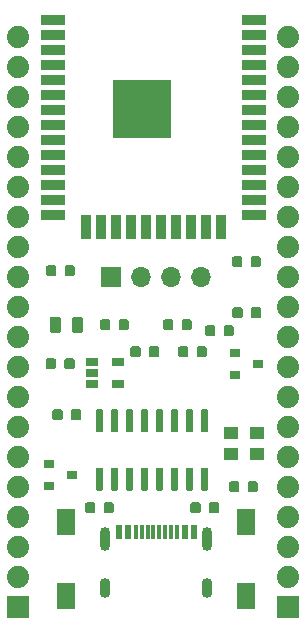
<source format=gbr>
G04 #@! TF.GenerationSoftware,KiCad,Pcbnew,5.1.5+dfsg1-2build2*
G04 #@! TF.CreationDate,2020-09-11T18:15:35+01:00*
G04 #@! TF.ProjectId,lhc_tijolo32_board,6c68635f-7469-46a6-9f6c-6f33325f626f,rev?*
G04 #@! TF.SameCoordinates,Original*
G04 #@! TF.FileFunction,Copper,L1,Top*
G04 #@! TF.FilePolarity,Positive*
%FSLAX46Y46*%
G04 Gerber Fmt 4.6, Leading zero omitted, Abs format (unit mm)*
G04 Created by KiCad (PCBNEW 5.1.5+dfsg1-2build2) date 2020-09-11 18:15:35*
%MOMM*%
%LPD*%
G04 APERTURE LIST*
%ADD10R,1.879600X1.879600*%
%ADD11C,1.879600*%
%ADD12C,0.100000*%
%ADD13O,0.900000X2.000000*%
%ADD14O,0.900000X1.700000*%
%ADD15R,0.300000X1.160000*%
%ADD16R,0.600000X1.160000*%
%ADD17R,1.700000X1.700000*%
%ADD18O,1.700000X1.700000*%
%ADD19R,0.900000X0.800000*%
%ADD20R,1.597660X2.298700*%
%ADD21R,1.060000X0.650000*%
%ADD22R,5.000000X5.000000*%
%ADD23R,2.000000X0.900000*%
%ADD24R,0.900000X2.000000*%
%ADD25R,1.300000X1.000000*%
G04 APERTURE END LIST*
D10*
X112014000Y-118364000D03*
D11*
X112014000Y-115824000D03*
X112014000Y-113284000D03*
X112014000Y-110744000D03*
X112014000Y-108204000D03*
X112014000Y-105664000D03*
X112014000Y-103124000D03*
X112014000Y-100584000D03*
X112014000Y-98044000D03*
X112014000Y-95504000D03*
X112014000Y-92964000D03*
X112014000Y-90424000D03*
X112014000Y-87884000D03*
X112014000Y-85344000D03*
X112014000Y-82804000D03*
X112014000Y-80264000D03*
X112014000Y-77724000D03*
X112014000Y-75184000D03*
X112014000Y-72644000D03*
X112014000Y-70104000D03*
X134874000Y-70104000D03*
X134874000Y-72644000D03*
X134874000Y-75184000D03*
X134874000Y-77724000D03*
X134874000Y-80264000D03*
X134874000Y-82804000D03*
X134874000Y-85344000D03*
X134874000Y-87884000D03*
X134874000Y-90424000D03*
X134874000Y-92964000D03*
X134874000Y-95504000D03*
X134874000Y-98044000D03*
X134874000Y-100584000D03*
X134874000Y-103124000D03*
X134874000Y-105664000D03*
X134874000Y-108204000D03*
X134874000Y-110744000D03*
X134874000Y-113284000D03*
X134874000Y-115824000D03*
D10*
X134874000Y-118364000D03*
G04 #@! TA.AperFunction,SMDPad,CuDef*
D12*
G36*
X130516691Y-107730053D02*
G01*
X130537926Y-107733203D01*
X130558750Y-107738419D01*
X130578962Y-107745651D01*
X130598368Y-107754830D01*
X130616781Y-107765866D01*
X130634024Y-107778654D01*
X130649930Y-107793070D01*
X130664346Y-107808976D01*
X130677134Y-107826219D01*
X130688170Y-107844632D01*
X130697349Y-107864038D01*
X130704581Y-107884250D01*
X130709797Y-107905074D01*
X130712947Y-107926309D01*
X130714000Y-107947750D01*
X130714000Y-108460250D01*
X130712947Y-108481691D01*
X130709797Y-108502926D01*
X130704581Y-108523750D01*
X130697349Y-108543962D01*
X130688170Y-108563368D01*
X130677134Y-108581781D01*
X130664346Y-108599024D01*
X130649930Y-108614930D01*
X130634024Y-108629346D01*
X130616781Y-108642134D01*
X130598368Y-108653170D01*
X130578962Y-108662349D01*
X130558750Y-108669581D01*
X130537926Y-108674797D01*
X130516691Y-108677947D01*
X130495250Y-108679000D01*
X130057750Y-108679000D01*
X130036309Y-108677947D01*
X130015074Y-108674797D01*
X129994250Y-108669581D01*
X129974038Y-108662349D01*
X129954632Y-108653170D01*
X129936219Y-108642134D01*
X129918976Y-108629346D01*
X129903070Y-108614930D01*
X129888654Y-108599024D01*
X129875866Y-108581781D01*
X129864830Y-108563368D01*
X129855651Y-108543962D01*
X129848419Y-108523750D01*
X129843203Y-108502926D01*
X129840053Y-108481691D01*
X129839000Y-108460250D01*
X129839000Y-107947750D01*
X129840053Y-107926309D01*
X129843203Y-107905074D01*
X129848419Y-107884250D01*
X129855651Y-107864038D01*
X129864830Y-107844632D01*
X129875866Y-107826219D01*
X129888654Y-107808976D01*
X129903070Y-107793070D01*
X129918976Y-107778654D01*
X129936219Y-107765866D01*
X129954632Y-107754830D01*
X129974038Y-107745651D01*
X129994250Y-107738419D01*
X130015074Y-107733203D01*
X130036309Y-107730053D01*
X130057750Y-107729000D01*
X130495250Y-107729000D01*
X130516691Y-107730053D01*
G37*
G04 #@! TD.AperFunction*
G04 #@! TA.AperFunction,SMDPad,CuDef*
G36*
X132091691Y-107730053D02*
G01*
X132112926Y-107733203D01*
X132133750Y-107738419D01*
X132153962Y-107745651D01*
X132173368Y-107754830D01*
X132191781Y-107765866D01*
X132209024Y-107778654D01*
X132224930Y-107793070D01*
X132239346Y-107808976D01*
X132252134Y-107826219D01*
X132263170Y-107844632D01*
X132272349Y-107864038D01*
X132279581Y-107884250D01*
X132284797Y-107905074D01*
X132287947Y-107926309D01*
X132289000Y-107947750D01*
X132289000Y-108460250D01*
X132287947Y-108481691D01*
X132284797Y-108502926D01*
X132279581Y-108523750D01*
X132272349Y-108543962D01*
X132263170Y-108563368D01*
X132252134Y-108581781D01*
X132239346Y-108599024D01*
X132224930Y-108614930D01*
X132209024Y-108629346D01*
X132191781Y-108642134D01*
X132173368Y-108653170D01*
X132153962Y-108662349D01*
X132133750Y-108669581D01*
X132112926Y-108674797D01*
X132091691Y-108677947D01*
X132070250Y-108679000D01*
X131632750Y-108679000D01*
X131611309Y-108677947D01*
X131590074Y-108674797D01*
X131569250Y-108669581D01*
X131549038Y-108662349D01*
X131529632Y-108653170D01*
X131511219Y-108642134D01*
X131493976Y-108629346D01*
X131478070Y-108614930D01*
X131463654Y-108599024D01*
X131450866Y-108581781D01*
X131439830Y-108563368D01*
X131430651Y-108543962D01*
X131423419Y-108523750D01*
X131418203Y-108502926D01*
X131415053Y-108481691D01*
X131414000Y-108460250D01*
X131414000Y-107947750D01*
X131415053Y-107926309D01*
X131418203Y-107905074D01*
X131423419Y-107884250D01*
X131430651Y-107864038D01*
X131439830Y-107844632D01*
X131450866Y-107826219D01*
X131463654Y-107808976D01*
X131478070Y-107793070D01*
X131493976Y-107778654D01*
X131511219Y-107765866D01*
X131529632Y-107754830D01*
X131549038Y-107745651D01*
X131569250Y-107738419D01*
X131590074Y-107733203D01*
X131611309Y-107730053D01*
X131632750Y-107729000D01*
X132070250Y-107729000D01*
X132091691Y-107730053D01*
G37*
G04 #@! TD.AperFunction*
G04 #@! TA.AperFunction,SMDPad,CuDef*
G36*
X116572191Y-97316053D02*
G01*
X116593426Y-97319203D01*
X116614250Y-97324419D01*
X116634462Y-97331651D01*
X116653868Y-97340830D01*
X116672281Y-97351866D01*
X116689524Y-97364654D01*
X116705430Y-97379070D01*
X116719846Y-97394976D01*
X116732634Y-97412219D01*
X116743670Y-97430632D01*
X116752849Y-97450038D01*
X116760081Y-97470250D01*
X116765297Y-97491074D01*
X116768447Y-97512309D01*
X116769500Y-97533750D01*
X116769500Y-98046250D01*
X116768447Y-98067691D01*
X116765297Y-98088926D01*
X116760081Y-98109750D01*
X116752849Y-98129962D01*
X116743670Y-98149368D01*
X116732634Y-98167781D01*
X116719846Y-98185024D01*
X116705430Y-98200930D01*
X116689524Y-98215346D01*
X116672281Y-98228134D01*
X116653868Y-98239170D01*
X116634462Y-98248349D01*
X116614250Y-98255581D01*
X116593426Y-98260797D01*
X116572191Y-98263947D01*
X116550750Y-98265000D01*
X116113250Y-98265000D01*
X116091809Y-98263947D01*
X116070574Y-98260797D01*
X116049750Y-98255581D01*
X116029538Y-98248349D01*
X116010132Y-98239170D01*
X115991719Y-98228134D01*
X115974476Y-98215346D01*
X115958570Y-98200930D01*
X115944154Y-98185024D01*
X115931366Y-98167781D01*
X115920330Y-98149368D01*
X115911151Y-98129962D01*
X115903919Y-98109750D01*
X115898703Y-98088926D01*
X115895553Y-98067691D01*
X115894500Y-98046250D01*
X115894500Y-97533750D01*
X115895553Y-97512309D01*
X115898703Y-97491074D01*
X115903919Y-97470250D01*
X115911151Y-97450038D01*
X115920330Y-97430632D01*
X115931366Y-97412219D01*
X115944154Y-97394976D01*
X115958570Y-97379070D01*
X115974476Y-97364654D01*
X115991719Y-97351866D01*
X116010132Y-97340830D01*
X116029538Y-97331651D01*
X116049750Y-97324419D01*
X116070574Y-97319203D01*
X116091809Y-97316053D01*
X116113250Y-97315000D01*
X116550750Y-97315000D01*
X116572191Y-97316053D01*
G37*
G04 #@! TD.AperFunction*
G04 #@! TA.AperFunction,SMDPad,CuDef*
G36*
X114997191Y-97316053D02*
G01*
X115018426Y-97319203D01*
X115039250Y-97324419D01*
X115059462Y-97331651D01*
X115078868Y-97340830D01*
X115097281Y-97351866D01*
X115114524Y-97364654D01*
X115130430Y-97379070D01*
X115144846Y-97394976D01*
X115157634Y-97412219D01*
X115168670Y-97430632D01*
X115177849Y-97450038D01*
X115185081Y-97470250D01*
X115190297Y-97491074D01*
X115193447Y-97512309D01*
X115194500Y-97533750D01*
X115194500Y-98046250D01*
X115193447Y-98067691D01*
X115190297Y-98088926D01*
X115185081Y-98109750D01*
X115177849Y-98129962D01*
X115168670Y-98149368D01*
X115157634Y-98167781D01*
X115144846Y-98185024D01*
X115130430Y-98200930D01*
X115114524Y-98215346D01*
X115097281Y-98228134D01*
X115078868Y-98239170D01*
X115059462Y-98248349D01*
X115039250Y-98255581D01*
X115018426Y-98260797D01*
X114997191Y-98263947D01*
X114975750Y-98265000D01*
X114538250Y-98265000D01*
X114516809Y-98263947D01*
X114495574Y-98260797D01*
X114474750Y-98255581D01*
X114454538Y-98248349D01*
X114435132Y-98239170D01*
X114416719Y-98228134D01*
X114399476Y-98215346D01*
X114383570Y-98200930D01*
X114369154Y-98185024D01*
X114356366Y-98167781D01*
X114345330Y-98149368D01*
X114336151Y-98129962D01*
X114328919Y-98109750D01*
X114323703Y-98088926D01*
X114320553Y-98067691D01*
X114319500Y-98046250D01*
X114319500Y-97533750D01*
X114320553Y-97512309D01*
X114323703Y-97491074D01*
X114328919Y-97470250D01*
X114336151Y-97450038D01*
X114345330Y-97430632D01*
X114356366Y-97412219D01*
X114369154Y-97394976D01*
X114383570Y-97379070D01*
X114399476Y-97364654D01*
X114416719Y-97351866D01*
X114435132Y-97340830D01*
X114454538Y-97331651D01*
X114474750Y-97324419D01*
X114495574Y-97319203D01*
X114516809Y-97316053D01*
X114538250Y-97315000D01*
X114975750Y-97315000D01*
X114997191Y-97316053D01*
G37*
G04 #@! TD.AperFunction*
G04 #@! TA.AperFunction,SMDPad,CuDef*
G36*
X130770691Y-88680053D02*
G01*
X130791926Y-88683203D01*
X130812750Y-88688419D01*
X130832962Y-88695651D01*
X130852368Y-88704830D01*
X130870781Y-88715866D01*
X130888024Y-88728654D01*
X130903930Y-88743070D01*
X130918346Y-88758976D01*
X130931134Y-88776219D01*
X130942170Y-88794632D01*
X130951349Y-88814038D01*
X130958581Y-88834250D01*
X130963797Y-88855074D01*
X130966947Y-88876309D01*
X130968000Y-88897750D01*
X130968000Y-89410250D01*
X130966947Y-89431691D01*
X130963797Y-89452926D01*
X130958581Y-89473750D01*
X130951349Y-89493962D01*
X130942170Y-89513368D01*
X130931134Y-89531781D01*
X130918346Y-89549024D01*
X130903930Y-89564930D01*
X130888024Y-89579346D01*
X130870781Y-89592134D01*
X130852368Y-89603170D01*
X130832962Y-89612349D01*
X130812750Y-89619581D01*
X130791926Y-89624797D01*
X130770691Y-89627947D01*
X130749250Y-89629000D01*
X130311750Y-89629000D01*
X130290309Y-89627947D01*
X130269074Y-89624797D01*
X130248250Y-89619581D01*
X130228038Y-89612349D01*
X130208632Y-89603170D01*
X130190219Y-89592134D01*
X130172976Y-89579346D01*
X130157070Y-89564930D01*
X130142654Y-89549024D01*
X130129866Y-89531781D01*
X130118830Y-89513368D01*
X130109651Y-89493962D01*
X130102419Y-89473750D01*
X130097203Y-89452926D01*
X130094053Y-89431691D01*
X130093000Y-89410250D01*
X130093000Y-88897750D01*
X130094053Y-88876309D01*
X130097203Y-88855074D01*
X130102419Y-88834250D01*
X130109651Y-88814038D01*
X130118830Y-88794632D01*
X130129866Y-88776219D01*
X130142654Y-88758976D01*
X130157070Y-88743070D01*
X130172976Y-88728654D01*
X130190219Y-88715866D01*
X130208632Y-88704830D01*
X130228038Y-88695651D01*
X130248250Y-88688419D01*
X130269074Y-88683203D01*
X130290309Y-88680053D01*
X130311750Y-88679000D01*
X130749250Y-88679000D01*
X130770691Y-88680053D01*
G37*
G04 #@! TD.AperFunction*
G04 #@! TA.AperFunction,SMDPad,CuDef*
G36*
X132345691Y-88680053D02*
G01*
X132366926Y-88683203D01*
X132387750Y-88688419D01*
X132407962Y-88695651D01*
X132427368Y-88704830D01*
X132445781Y-88715866D01*
X132463024Y-88728654D01*
X132478930Y-88743070D01*
X132493346Y-88758976D01*
X132506134Y-88776219D01*
X132517170Y-88794632D01*
X132526349Y-88814038D01*
X132533581Y-88834250D01*
X132538797Y-88855074D01*
X132541947Y-88876309D01*
X132543000Y-88897750D01*
X132543000Y-89410250D01*
X132541947Y-89431691D01*
X132538797Y-89452926D01*
X132533581Y-89473750D01*
X132526349Y-89493962D01*
X132517170Y-89513368D01*
X132506134Y-89531781D01*
X132493346Y-89549024D01*
X132478930Y-89564930D01*
X132463024Y-89579346D01*
X132445781Y-89592134D01*
X132427368Y-89603170D01*
X132407962Y-89612349D01*
X132387750Y-89619581D01*
X132366926Y-89624797D01*
X132345691Y-89627947D01*
X132324250Y-89629000D01*
X131886750Y-89629000D01*
X131865309Y-89627947D01*
X131844074Y-89624797D01*
X131823250Y-89619581D01*
X131803038Y-89612349D01*
X131783632Y-89603170D01*
X131765219Y-89592134D01*
X131747976Y-89579346D01*
X131732070Y-89564930D01*
X131717654Y-89549024D01*
X131704866Y-89531781D01*
X131693830Y-89513368D01*
X131684651Y-89493962D01*
X131677419Y-89473750D01*
X131672203Y-89452926D01*
X131669053Y-89431691D01*
X131668000Y-89410250D01*
X131668000Y-88897750D01*
X131669053Y-88876309D01*
X131672203Y-88855074D01*
X131677419Y-88834250D01*
X131684651Y-88814038D01*
X131693830Y-88794632D01*
X131704866Y-88776219D01*
X131717654Y-88758976D01*
X131732070Y-88743070D01*
X131747976Y-88728654D01*
X131765219Y-88715866D01*
X131783632Y-88704830D01*
X131803038Y-88695651D01*
X131823250Y-88688419D01*
X131844074Y-88683203D01*
X131865309Y-88680053D01*
X131886750Y-88679000D01*
X132324250Y-88679000D01*
X132345691Y-88680053D01*
G37*
G04 #@! TD.AperFunction*
G04 #@! TA.AperFunction,SMDPad,CuDef*
G36*
X118324691Y-109508053D02*
G01*
X118345926Y-109511203D01*
X118366750Y-109516419D01*
X118386962Y-109523651D01*
X118406368Y-109532830D01*
X118424781Y-109543866D01*
X118442024Y-109556654D01*
X118457930Y-109571070D01*
X118472346Y-109586976D01*
X118485134Y-109604219D01*
X118496170Y-109622632D01*
X118505349Y-109642038D01*
X118512581Y-109662250D01*
X118517797Y-109683074D01*
X118520947Y-109704309D01*
X118522000Y-109725750D01*
X118522000Y-110238250D01*
X118520947Y-110259691D01*
X118517797Y-110280926D01*
X118512581Y-110301750D01*
X118505349Y-110321962D01*
X118496170Y-110341368D01*
X118485134Y-110359781D01*
X118472346Y-110377024D01*
X118457930Y-110392930D01*
X118442024Y-110407346D01*
X118424781Y-110420134D01*
X118406368Y-110431170D01*
X118386962Y-110440349D01*
X118366750Y-110447581D01*
X118345926Y-110452797D01*
X118324691Y-110455947D01*
X118303250Y-110457000D01*
X117865750Y-110457000D01*
X117844309Y-110455947D01*
X117823074Y-110452797D01*
X117802250Y-110447581D01*
X117782038Y-110440349D01*
X117762632Y-110431170D01*
X117744219Y-110420134D01*
X117726976Y-110407346D01*
X117711070Y-110392930D01*
X117696654Y-110377024D01*
X117683866Y-110359781D01*
X117672830Y-110341368D01*
X117663651Y-110321962D01*
X117656419Y-110301750D01*
X117651203Y-110280926D01*
X117648053Y-110259691D01*
X117647000Y-110238250D01*
X117647000Y-109725750D01*
X117648053Y-109704309D01*
X117651203Y-109683074D01*
X117656419Y-109662250D01*
X117663651Y-109642038D01*
X117672830Y-109622632D01*
X117683866Y-109604219D01*
X117696654Y-109586976D01*
X117711070Y-109571070D01*
X117726976Y-109556654D01*
X117744219Y-109543866D01*
X117762632Y-109532830D01*
X117782038Y-109523651D01*
X117802250Y-109516419D01*
X117823074Y-109511203D01*
X117844309Y-109508053D01*
X117865750Y-109507000D01*
X118303250Y-109507000D01*
X118324691Y-109508053D01*
G37*
G04 #@! TD.AperFunction*
G04 #@! TA.AperFunction,SMDPad,CuDef*
G36*
X119899691Y-109508053D02*
G01*
X119920926Y-109511203D01*
X119941750Y-109516419D01*
X119961962Y-109523651D01*
X119981368Y-109532830D01*
X119999781Y-109543866D01*
X120017024Y-109556654D01*
X120032930Y-109571070D01*
X120047346Y-109586976D01*
X120060134Y-109604219D01*
X120071170Y-109622632D01*
X120080349Y-109642038D01*
X120087581Y-109662250D01*
X120092797Y-109683074D01*
X120095947Y-109704309D01*
X120097000Y-109725750D01*
X120097000Y-110238250D01*
X120095947Y-110259691D01*
X120092797Y-110280926D01*
X120087581Y-110301750D01*
X120080349Y-110321962D01*
X120071170Y-110341368D01*
X120060134Y-110359781D01*
X120047346Y-110377024D01*
X120032930Y-110392930D01*
X120017024Y-110407346D01*
X119999781Y-110420134D01*
X119981368Y-110431170D01*
X119961962Y-110440349D01*
X119941750Y-110447581D01*
X119920926Y-110452797D01*
X119899691Y-110455947D01*
X119878250Y-110457000D01*
X119440750Y-110457000D01*
X119419309Y-110455947D01*
X119398074Y-110452797D01*
X119377250Y-110447581D01*
X119357038Y-110440349D01*
X119337632Y-110431170D01*
X119319219Y-110420134D01*
X119301976Y-110407346D01*
X119286070Y-110392930D01*
X119271654Y-110377024D01*
X119258866Y-110359781D01*
X119247830Y-110341368D01*
X119238651Y-110321962D01*
X119231419Y-110301750D01*
X119226203Y-110280926D01*
X119223053Y-110259691D01*
X119222000Y-110238250D01*
X119222000Y-109725750D01*
X119223053Y-109704309D01*
X119226203Y-109683074D01*
X119231419Y-109662250D01*
X119238651Y-109642038D01*
X119247830Y-109622632D01*
X119258866Y-109604219D01*
X119271654Y-109586976D01*
X119286070Y-109571070D01*
X119301976Y-109556654D01*
X119319219Y-109543866D01*
X119337632Y-109532830D01*
X119357038Y-109523651D01*
X119377250Y-109516419D01*
X119398074Y-109511203D01*
X119419309Y-109508053D01*
X119440750Y-109507000D01*
X119878250Y-109507000D01*
X119899691Y-109508053D01*
G37*
G04 #@! TD.AperFunction*
G04 #@! TA.AperFunction,SMDPad,CuDef*
G36*
X132371191Y-92998053D02*
G01*
X132392426Y-93001203D01*
X132413250Y-93006419D01*
X132433462Y-93013651D01*
X132452868Y-93022830D01*
X132471281Y-93033866D01*
X132488524Y-93046654D01*
X132504430Y-93061070D01*
X132518846Y-93076976D01*
X132531634Y-93094219D01*
X132542670Y-93112632D01*
X132551849Y-93132038D01*
X132559081Y-93152250D01*
X132564297Y-93173074D01*
X132567447Y-93194309D01*
X132568500Y-93215750D01*
X132568500Y-93728250D01*
X132567447Y-93749691D01*
X132564297Y-93770926D01*
X132559081Y-93791750D01*
X132551849Y-93811962D01*
X132542670Y-93831368D01*
X132531634Y-93849781D01*
X132518846Y-93867024D01*
X132504430Y-93882930D01*
X132488524Y-93897346D01*
X132471281Y-93910134D01*
X132452868Y-93921170D01*
X132433462Y-93930349D01*
X132413250Y-93937581D01*
X132392426Y-93942797D01*
X132371191Y-93945947D01*
X132349750Y-93947000D01*
X131912250Y-93947000D01*
X131890809Y-93945947D01*
X131869574Y-93942797D01*
X131848750Y-93937581D01*
X131828538Y-93930349D01*
X131809132Y-93921170D01*
X131790719Y-93910134D01*
X131773476Y-93897346D01*
X131757570Y-93882930D01*
X131743154Y-93867024D01*
X131730366Y-93849781D01*
X131719330Y-93831368D01*
X131710151Y-93811962D01*
X131702919Y-93791750D01*
X131697703Y-93770926D01*
X131694553Y-93749691D01*
X131693500Y-93728250D01*
X131693500Y-93215750D01*
X131694553Y-93194309D01*
X131697703Y-93173074D01*
X131702919Y-93152250D01*
X131710151Y-93132038D01*
X131719330Y-93112632D01*
X131730366Y-93094219D01*
X131743154Y-93076976D01*
X131757570Y-93061070D01*
X131773476Y-93046654D01*
X131790719Y-93033866D01*
X131809132Y-93022830D01*
X131828538Y-93013651D01*
X131848750Y-93006419D01*
X131869574Y-93001203D01*
X131890809Y-92998053D01*
X131912250Y-92997000D01*
X132349750Y-92997000D01*
X132371191Y-92998053D01*
G37*
G04 #@! TD.AperFunction*
G04 #@! TA.AperFunction,SMDPad,CuDef*
G36*
X130796191Y-92998053D02*
G01*
X130817426Y-93001203D01*
X130838250Y-93006419D01*
X130858462Y-93013651D01*
X130877868Y-93022830D01*
X130896281Y-93033866D01*
X130913524Y-93046654D01*
X130929430Y-93061070D01*
X130943846Y-93076976D01*
X130956634Y-93094219D01*
X130967670Y-93112632D01*
X130976849Y-93132038D01*
X130984081Y-93152250D01*
X130989297Y-93173074D01*
X130992447Y-93194309D01*
X130993500Y-93215750D01*
X130993500Y-93728250D01*
X130992447Y-93749691D01*
X130989297Y-93770926D01*
X130984081Y-93791750D01*
X130976849Y-93811962D01*
X130967670Y-93831368D01*
X130956634Y-93849781D01*
X130943846Y-93867024D01*
X130929430Y-93882930D01*
X130913524Y-93897346D01*
X130896281Y-93910134D01*
X130877868Y-93921170D01*
X130858462Y-93930349D01*
X130838250Y-93937581D01*
X130817426Y-93942797D01*
X130796191Y-93945947D01*
X130774750Y-93947000D01*
X130337250Y-93947000D01*
X130315809Y-93945947D01*
X130294574Y-93942797D01*
X130273750Y-93937581D01*
X130253538Y-93930349D01*
X130234132Y-93921170D01*
X130215719Y-93910134D01*
X130198476Y-93897346D01*
X130182570Y-93882930D01*
X130168154Y-93867024D01*
X130155366Y-93849781D01*
X130144330Y-93831368D01*
X130135151Y-93811962D01*
X130127919Y-93791750D01*
X130122703Y-93770926D01*
X130119553Y-93749691D01*
X130118500Y-93728250D01*
X130118500Y-93215750D01*
X130119553Y-93194309D01*
X130122703Y-93173074D01*
X130127919Y-93152250D01*
X130135151Y-93132038D01*
X130144330Y-93112632D01*
X130155366Y-93094219D01*
X130168154Y-93076976D01*
X130182570Y-93061070D01*
X130198476Y-93046654D01*
X130215719Y-93033866D01*
X130234132Y-93022830D01*
X130253538Y-93013651D01*
X130273750Y-93006419D01*
X130294574Y-93001203D01*
X130315809Y-92998053D01*
X130337250Y-92997000D01*
X130774750Y-92997000D01*
X130796191Y-92998053D01*
G37*
G04 #@! TD.AperFunction*
G04 #@! TA.AperFunction,SMDPad,CuDef*
G36*
X127773691Y-96300053D02*
G01*
X127794926Y-96303203D01*
X127815750Y-96308419D01*
X127835962Y-96315651D01*
X127855368Y-96324830D01*
X127873781Y-96335866D01*
X127891024Y-96348654D01*
X127906930Y-96363070D01*
X127921346Y-96378976D01*
X127934134Y-96396219D01*
X127945170Y-96414632D01*
X127954349Y-96434038D01*
X127961581Y-96454250D01*
X127966797Y-96475074D01*
X127969947Y-96496309D01*
X127971000Y-96517750D01*
X127971000Y-97030250D01*
X127969947Y-97051691D01*
X127966797Y-97072926D01*
X127961581Y-97093750D01*
X127954349Y-97113962D01*
X127945170Y-97133368D01*
X127934134Y-97151781D01*
X127921346Y-97169024D01*
X127906930Y-97184930D01*
X127891024Y-97199346D01*
X127873781Y-97212134D01*
X127855368Y-97223170D01*
X127835962Y-97232349D01*
X127815750Y-97239581D01*
X127794926Y-97244797D01*
X127773691Y-97247947D01*
X127752250Y-97249000D01*
X127314750Y-97249000D01*
X127293309Y-97247947D01*
X127272074Y-97244797D01*
X127251250Y-97239581D01*
X127231038Y-97232349D01*
X127211632Y-97223170D01*
X127193219Y-97212134D01*
X127175976Y-97199346D01*
X127160070Y-97184930D01*
X127145654Y-97169024D01*
X127132866Y-97151781D01*
X127121830Y-97133368D01*
X127112651Y-97113962D01*
X127105419Y-97093750D01*
X127100203Y-97072926D01*
X127097053Y-97051691D01*
X127096000Y-97030250D01*
X127096000Y-96517750D01*
X127097053Y-96496309D01*
X127100203Y-96475074D01*
X127105419Y-96454250D01*
X127112651Y-96434038D01*
X127121830Y-96414632D01*
X127132866Y-96396219D01*
X127145654Y-96378976D01*
X127160070Y-96363070D01*
X127175976Y-96348654D01*
X127193219Y-96335866D01*
X127211632Y-96324830D01*
X127231038Y-96315651D01*
X127251250Y-96308419D01*
X127272074Y-96303203D01*
X127293309Y-96300053D01*
X127314750Y-96299000D01*
X127752250Y-96299000D01*
X127773691Y-96300053D01*
G37*
G04 #@! TD.AperFunction*
G04 #@! TA.AperFunction,SMDPad,CuDef*
G36*
X126198691Y-96300053D02*
G01*
X126219926Y-96303203D01*
X126240750Y-96308419D01*
X126260962Y-96315651D01*
X126280368Y-96324830D01*
X126298781Y-96335866D01*
X126316024Y-96348654D01*
X126331930Y-96363070D01*
X126346346Y-96378976D01*
X126359134Y-96396219D01*
X126370170Y-96414632D01*
X126379349Y-96434038D01*
X126386581Y-96454250D01*
X126391797Y-96475074D01*
X126394947Y-96496309D01*
X126396000Y-96517750D01*
X126396000Y-97030250D01*
X126394947Y-97051691D01*
X126391797Y-97072926D01*
X126386581Y-97093750D01*
X126379349Y-97113962D01*
X126370170Y-97133368D01*
X126359134Y-97151781D01*
X126346346Y-97169024D01*
X126331930Y-97184930D01*
X126316024Y-97199346D01*
X126298781Y-97212134D01*
X126280368Y-97223170D01*
X126260962Y-97232349D01*
X126240750Y-97239581D01*
X126219926Y-97244797D01*
X126198691Y-97247947D01*
X126177250Y-97249000D01*
X125739750Y-97249000D01*
X125718309Y-97247947D01*
X125697074Y-97244797D01*
X125676250Y-97239581D01*
X125656038Y-97232349D01*
X125636632Y-97223170D01*
X125618219Y-97212134D01*
X125600976Y-97199346D01*
X125585070Y-97184930D01*
X125570654Y-97169024D01*
X125557866Y-97151781D01*
X125546830Y-97133368D01*
X125537651Y-97113962D01*
X125530419Y-97093750D01*
X125525203Y-97072926D01*
X125522053Y-97051691D01*
X125521000Y-97030250D01*
X125521000Y-96517750D01*
X125522053Y-96496309D01*
X125525203Y-96475074D01*
X125530419Y-96454250D01*
X125537651Y-96434038D01*
X125546830Y-96414632D01*
X125557866Y-96396219D01*
X125570654Y-96378976D01*
X125585070Y-96363070D01*
X125600976Y-96348654D01*
X125618219Y-96335866D01*
X125636632Y-96324830D01*
X125656038Y-96315651D01*
X125676250Y-96308419D01*
X125697074Y-96303203D01*
X125718309Y-96300053D01*
X125739750Y-96299000D01*
X126177250Y-96299000D01*
X126198691Y-96300053D01*
G37*
G04 #@! TD.AperFunction*
G04 #@! TA.AperFunction,SMDPad,CuDef*
G36*
X126503691Y-94014053D02*
G01*
X126524926Y-94017203D01*
X126545750Y-94022419D01*
X126565962Y-94029651D01*
X126585368Y-94038830D01*
X126603781Y-94049866D01*
X126621024Y-94062654D01*
X126636930Y-94077070D01*
X126651346Y-94092976D01*
X126664134Y-94110219D01*
X126675170Y-94128632D01*
X126684349Y-94148038D01*
X126691581Y-94168250D01*
X126696797Y-94189074D01*
X126699947Y-94210309D01*
X126701000Y-94231750D01*
X126701000Y-94744250D01*
X126699947Y-94765691D01*
X126696797Y-94786926D01*
X126691581Y-94807750D01*
X126684349Y-94827962D01*
X126675170Y-94847368D01*
X126664134Y-94865781D01*
X126651346Y-94883024D01*
X126636930Y-94898930D01*
X126621024Y-94913346D01*
X126603781Y-94926134D01*
X126585368Y-94937170D01*
X126565962Y-94946349D01*
X126545750Y-94953581D01*
X126524926Y-94958797D01*
X126503691Y-94961947D01*
X126482250Y-94963000D01*
X126044750Y-94963000D01*
X126023309Y-94961947D01*
X126002074Y-94958797D01*
X125981250Y-94953581D01*
X125961038Y-94946349D01*
X125941632Y-94937170D01*
X125923219Y-94926134D01*
X125905976Y-94913346D01*
X125890070Y-94898930D01*
X125875654Y-94883024D01*
X125862866Y-94865781D01*
X125851830Y-94847368D01*
X125842651Y-94827962D01*
X125835419Y-94807750D01*
X125830203Y-94786926D01*
X125827053Y-94765691D01*
X125826000Y-94744250D01*
X125826000Y-94231750D01*
X125827053Y-94210309D01*
X125830203Y-94189074D01*
X125835419Y-94168250D01*
X125842651Y-94148038D01*
X125851830Y-94128632D01*
X125862866Y-94110219D01*
X125875654Y-94092976D01*
X125890070Y-94077070D01*
X125905976Y-94062654D01*
X125923219Y-94049866D01*
X125941632Y-94038830D01*
X125961038Y-94029651D01*
X125981250Y-94022419D01*
X126002074Y-94017203D01*
X126023309Y-94014053D01*
X126044750Y-94013000D01*
X126482250Y-94013000D01*
X126503691Y-94014053D01*
G37*
G04 #@! TD.AperFunction*
G04 #@! TA.AperFunction,SMDPad,CuDef*
G36*
X124928691Y-94014053D02*
G01*
X124949926Y-94017203D01*
X124970750Y-94022419D01*
X124990962Y-94029651D01*
X125010368Y-94038830D01*
X125028781Y-94049866D01*
X125046024Y-94062654D01*
X125061930Y-94077070D01*
X125076346Y-94092976D01*
X125089134Y-94110219D01*
X125100170Y-94128632D01*
X125109349Y-94148038D01*
X125116581Y-94168250D01*
X125121797Y-94189074D01*
X125124947Y-94210309D01*
X125126000Y-94231750D01*
X125126000Y-94744250D01*
X125124947Y-94765691D01*
X125121797Y-94786926D01*
X125116581Y-94807750D01*
X125109349Y-94827962D01*
X125100170Y-94847368D01*
X125089134Y-94865781D01*
X125076346Y-94883024D01*
X125061930Y-94898930D01*
X125046024Y-94913346D01*
X125028781Y-94926134D01*
X125010368Y-94937170D01*
X124990962Y-94946349D01*
X124970750Y-94953581D01*
X124949926Y-94958797D01*
X124928691Y-94961947D01*
X124907250Y-94963000D01*
X124469750Y-94963000D01*
X124448309Y-94961947D01*
X124427074Y-94958797D01*
X124406250Y-94953581D01*
X124386038Y-94946349D01*
X124366632Y-94937170D01*
X124348219Y-94926134D01*
X124330976Y-94913346D01*
X124315070Y-94898930D01*
X124300654Y-94883024D01*
X124287866Y-94865781D01*
X124276830Y-94847368D01*
X124267651Y-94827962D01*
X124260419Y-94807750D01*
X124255203Y-94786926D01*
X124252053Y-94765691D01*
X124251000Y-94744250D01*
X124251000Y-94231750D01*
X124252053Y-94210309D01*
X124255203Y-94189074D01*
X124260419Y-94168250D01*
X124267651Y-94148038D01*
X124276830Y-94128632D01*
X124287866Y-94110219D01*
X124300654Y-94092976D01*
X124315070Y-94077070D01*
X124330976Y-94062654D01*
X124348219Y-94049866D01*
X124366632Y-94038830D01*
X124386038Y-94029651D01*
X124406250Y-94022419D01*
X124427074Y-94017203D01*
X124448309Y-94014053D01*
X124469750Y-94013000D01*
X124907250Y-94013000D01*
X124928691Y-94014053D01*
G37*
G04 #@! TD.AperFunction*
G04 #@! TA.AperFunction,SMDPad,CuDef*
G36*
X119594691Y-94014053D02*
G01*
X119615926Y-94017203D01*
X119636750Y-94022419D01*
X119656962Y-94029651D01*
X119676368Y-94038830D01*
X119694781Y-94049866D01*
X119712024Y-94062654D01*
X119727930Y-94077070D01*
X119742346Y-94092976D01*
X119755134Y-94110219D01*
X119766170Y-94128632D01*
X119775349Y-94148038D01*
X119782581Y-94168250D01*
X119787797Y-94189074D01*
X119790947Y-94210309D01*
X119792000Y-94231750D01*
X119792000Y-94744250D01*
X119790947Y-94765691D01*
X119787797Y-94786926D01*
X119782581Y-94807750D01*
X119775349Y-94827962D01*
X119766170Y-94847368D01*
X119755134Y-94865781D01*
X119742346Y-94883024D01*
X119727930Y-94898930D01*
X119712024Y-94913346D01*
X119694781Y-94926134D01*
X119676368Y-94937170D01*
X119656962Y-94946349D01*
X119636750Y-94953581D01*
X119615926Y-94958797D01*
X119594691Y-94961947D01*
X119573250Y-94963000D01*
X119135750Y-94963000D01*
X119114309Y-94961947D01*
X119093074Y-94958797D01*
X119072250Y-94953581D01*
X119052038Y-94946349D01*
X119032632Y-94937170D01*
X119014219Y-94926134D01*
X118996976Y-94913346D01*
X118981070Y-94898930D01*
X118966654Y-94883024D01*
X118953866Y-94865781D01*
X118942830Y-94847368D01*
X118933651Y-94827962D01*
X118926419Y-94807750D01*
X118921203Y-94786926D01*
X118918053Y-94765691D01*
X118917000Y-94744250D01*
X118917000Y-94231750D01*
X118918053Y-94210309D01*
X118921203Y-94189074D01*
X118926419Y-94168250D01*
X118933651Y-94148038D01*
X118942830Y-94128632D01*
X118953866Y-94110219D01*
X118966654Y-94092976D01*
X118981070Y-94077070D01*
X118996976Y-94062654D01*
X119014219Y-94049866D01*
X119032632Y-94038830D01*
X119052038Y-94029651D01*
X119072250Y-94022419D01*
X119093074Y-94017203D01*
X119114309Y-94014053D01*
X119135750Y-94013000D01*
X119573250Y-94013000D01*
X119594691Y-94014053D01*
G37*
G04 #@! TD.AperFunction*
G04 #@! TA.AperFunction,SMDPad,CuDef*
G36*
X121169691Y-94014053D02*
G01*
X121190926Y-94017203D01*
X121211750Y-94022419D01*
X121231962Y-94029651D01*
X121251368Y-94038830D01*
X121269781Y-94049866D01*
X121287024Y-94062654D01*
X121302930Y-94077070D01*
X121317346Y-94092976D01*
X121330134Y-94110219D01*
X121341170Y-94128632D01*
X121350349Y-94148038D01*
X121357581Y-94168250D01*
X121362797Y-94189074D01*
X121365947Y-94210309D01*
X121367000Y-94231750D01*
X121367000Y-94744250D01*
X121365947Y-94765691D01*
X121362797Y-94786926D01*
X121357581Y-94807750D01*
X121350349Y-94827962D01*
X121341170Y-94847368D01*
X121330134Y-94865781D01*
X121317346Y-94883024D01*
X121302930Y-94898930D01*
X121287024Y-94913346D01*
X121269781Y-94926134D01*
X121251368Y-94937170D01*
X121231962Y-94946349D01*
X121211750Y-94953581D01*
X121190926Y-94958797D01*
X121169691Y-94961947D01*
X121148250Y-94963000D01*
X120710750Y-94963000D01*
X120689309Y-94961947D01*
X120668074Y-94958797D01*
X120647250Y-94953581D01*
X120627038Y-94946349D01*
X120607632Y-94937170D01*
X120589219Y-94926134D01*
X120571976Y-94913346D01*
X120556070Y-94898930D01*
X120541654Y-94883024D01*
X120528866Y-94865781D01*
X120517830Y-94847368D01*
X120508651Y-94827962D01*
X120501419Y-94807750D01*
X120496203Y-94786926D01*
X120493053Y-94765691D01*
X120492000Y-94744250D01*
X120492000Y-94231750D01*
X120493053Y-94210309D01*
X120496203Y-94189074D01*
X120501419Y-94168250D01*
X120508651Y-94148038D01*
X120517830Y-94128632D01*
X120528866Y-94110219D01*
X120541654Y-94092976D01*
X120556070Y-94077070D01*
X120571976Y-94062654D01*
X120589219Y-94049866D01*
X120607632Y-94038830D01*
X120627038Y-94029651D01*
X120647250Y-94022419D01*
X120668074Y-94017203D01*
X120689309Y-94014053D01*
X120710750Y-94013000D01*
X121148250Y-94013000D01*
X121169691Y-94014053D01*
G37*
G04 #@! TD.AperFunction*
G04 #@! TA.AperFunction,SMDPad,CuDef*
G36*
X115408142Y-93789174D02*
G01*
X115431803Y-93792684D01*
X115455007Y-93798496D01*
X115477529Y-93806554D01*
X115499153Y-93816782D01*
X115519670Y-93829079D01*
X115538883Y-93843329D01*
X115556607Y-93859393D01*
X115572671Y-93877117D01*
X115586921Y-93896330D01*
X115599218Y-93916847D01*
X115609446Y-93938471D01*
X115617504Y-93960993D01*
X115623316Y-93984197D01*
X115626826Y-94007858D01*
X115628000Y-94031750D01*
X115628000Y-94944250D01*
X115626826Y-94968142D01*
X115623316Y-94991803D01*
X115617504Y-95015007D01*
X115609446Y-95037529D01*
X115599218Y-95059153D01*
X115586921Y-95079670D01*
X115572671Y-95098883D01*
X115556607Y-95116607D01*
X115538883Y-95132671D01*
X115519670Y-95146921D01*
X115499153Y-95159218D01*
X115477529Y-95169446D01*
X115455007Y-95177504D01*
X115431803Y-95183316D01*
X115408142Y-95186826D01*
X115384250Y-95188000D01*
X114896750Y-95188000D01*
X114872858Y-95186826D01*
X114849197Y-95183316D01*
X114825993Y-95177504D01*
X114803471Y-95169446D01*
X114781847Y-95159218D01*
X114761330Y-95146921D01*
X114742117Y-95132671D01*
X114724393Y-95116607D01*
X114708329Y-95098883D01*
X114694079Y-95079670D01*
X114681782Y-95059153D01*
X114671554Y-95037529D01*
X114663496Y-95015007D01*
X114657684Y-94991803D01*
X114654174Y-94968142D01*
X114653000Y-94944250D01*
X114653000Y-94031750D01*
X114654174Y-94007858D01*
X114657684Y-93984197D01*
X114663496Y-93960993D01*
X114671554Y-93938471D01*
X114681782Y-93916847D01*
X114694079Y-93896330D01*
X114708329Y-93877117D01*
X114724393Y-93859393D01*
X114742117Y-93843329D01*
X114761330Y-93829079D01*
X114781847Y-93816782D01*
X114803471Y-93806554D01*
X114825993Y-93798496D01*
X114849197Y-93792684D01*
X114872858Y-93789174D01*
X114896750Y-93788000D01*
X115384250Y-93788000D01*
X115408142Y-93789174D01*
G37*
G04 #@! TD.AperFunction*
G04 #@! TA.AperFunction,SMDPad,CuDef*
G36*
X117283142Y-93789174D02*
G01*
X117306803Y-93792684D01*
X117330007Y-93798496D01*
X117352529Y-93806554D01*
X117374153Y-93816782D01*
X117394670Y-93829079D01*
X117413883Y-93843329D01*
X117431607Y-93859393D01*
X117447671Y-93877117D01*
X117461921Y-93896330D01*
X117474218Y-93916847D01*
X117484446Y-93938471D01*
X117492504Y-93960993D01*
X117498316Y-93984197D01*
X117501826Y-94007858D01*
X117503000Y-94031750D01*
X117503000Y-94944250D01*
X117501826Y-94968142D01*
X117498316Y-94991803D01*
X117492504Y-95015007D01*
X117484446Y-95037529D01*
X117474218Y-95059153D01*
X117461921Y-95079670D01*
X117447671Y-95098883D01*
X117431607Y-95116607D01*
X117413883Y-95132671D01*
X117394670Y-95146921D01*
X117374153Y-95159218D01*
X117352529Y-95169446D01*
X117330007Y-95177504D01*
X117306803Y-95183316D01*
X117283142Y-95186826D01*
X117259250Y-95188000D01*
X116771750Y-95188000D01*
X116747858Y-95186826D01*
X116724197Y-95183316D01*
X116700993Y-95177504D01*
X116678471Y-95169446D01*
X116656847Y-95159218D01*
X116636330Y-95146921D01*
X116617117Y-95132671D01*
X116599393Y-95116607D01*
X116583329Y-95098883D01*
X116569079Y-95079670D01*
X116556782Y-95059153D01*
X116546554Y-95037529D01*
X116538496Y-95015007D01*
X116532684Y-94991803D01*
X116529174Y-94968142D01*
X116528000Y-94944250D01*
X116528000Y-94031750D01*
X116529174Y-94007858D01*
X116532684Y-93984197D01*
X116538496Y-93960993D01*
X116546554Y-93938471D01*
X116556782Y-93916847D01*
X116569079Y-93896330D01*
X116583329Y-93877117D01*
X116599393Y-93859393D01*
X116617117Y-93843329D01*
X116636330Y-93829079D01*
X116656847Y-93816782D01*
X116678471Y-93806554D01*
X116700993Y-93798496D01*
X116724197Y-93792684D01*
X116747858Y-93789174D01*
X116771750Y-93788000D01*
X117259250Y-93788000D01*
X117283142Y-93789174D01*
G37*
G04 #@! TD.AperFunction*
D13*
X119378000Y-112624000D03*
X128018000Y-112624000D03*
D14*
X119378000Y-116794000D03*
X128018000Y-116794000D03*
D15*
X122948000Y-112044000D03*
X123448000Y-112044000D03*
X123948000Y-112044000D03*
X121948000Y-112044000D03*
X122448000Y-112044000D03*
X124948000Y-112044000D03*
X124448000Y-112044000D03*
X125448000Y-112044000D03*
D16*
X121298000Y-112044000D03*
X121298000Y-112044000D03*
X120498000Y-112044000D03*
X120498000Y-112044000D03*
X126098000Y-112044000D03*
X126898000Y-112044000D03*
X126098000Y-112044000D03*
X126898000Y-112044000D03*
D17*
X119888000Y-90424000D03*
D18*
X122428000Y-90424000D03*
X124968000Y-90424000D03*
X127508000Y-90424000D03*
D19*
X132318000Y-97790000D03*
X130318000Y-98740000D03*
X130318000Y-96840000D03*
X114570000Y-106238000D03*
X114570000Y-108138000D03*
X116570000Y-107188000D03*
G04 #@! TA.AperFunction,SMDPad,CuDef*
D12*
G36*
X115556191Y-101634053D02*
G01*
X115577426Y-101637203D01*
X115598250Y-101642419D01*
X115618462Y-101649651D01*
X115637868Y-101658830D01*
X115656281Y-101669866D01*
X115673524Y-101682654D01*
X115689430Y-101697070D01*
X115703846Y-101712976D01*
X115716634Y-101730219D01*
X115727670Y-101748632D01*
X115736849Y-101768038D01*
X115744081Y-101788250D01*
X115749297Y-101809074D01*
X115752447Y-101830309D01*
X115753500Y-101851750D01*
X115753500Y-102364250D01*
X115752447Y-102385691D01*
X115749297Y-102406926D01*
X115744081Y-102427750D01*
X115736849Y-102447962D01*
X115727670Y-102467368D01*
X115716634Y-102485781D01*
X115703846Y-102503024D01*
X115689430Y-102518930D01*
X115673524Y-102533346D01*
X115656281Y-102546134D01*
X115637868Y-102557170D01*
X115618462Y-102566349D01*
X115598250Y-102573581D01*
X115577426Y-102578797D01*
X115556191Y-102581947D01*
X115534750Y-102583000D01*
X115097250Y-102583000D01*
X115075809Y-102581947D01*
X115054574Y-102578797D01*
X115033750Y-102573581D01*
X115013538Y-102566349D01*
X114994132Y-102557170D01*
X114975719Y-102546134D01*
X114958476Y-102533346D01*
X114942570Y-102518930D01*
X114928154Y-102503024D01*
X114915366Y-102485781D01*
X114904330Y-102467368D01*
X114895151Y-102447962D01*
X114887919Y-102427750D01*
X114882703Y-102406926D01*
X114879553Y-102385691D01*
X114878500Y-102364250D01*
X114878500Y-101851750D01*
X114879553Y-101830309D01*
X114882703Y-101809074D01*
X114887919Y-101788250D01*
X114895151Y-101768038D01*
X114904330Y-101748632D01*
X114915366Y-101730219D01*
X114928154Y-101712976D01*
X114942570Y-101697070D01*
X114958476Y-101682654D01*
X114975719Y-101669866D01*
X114994132Y-101658830D01*
X115013538Y-101649651D01*
X115033750Y-101642419D01*
X115054574Y-101637203D01*
X115075809Y-101634053D01*
X115097250Y-101633000D01*
X115534750Y-101633000D01*
X115556191Y-101634053D01*
G37*
G04 #@! TD.AperFunction*
G04 #@! TA.AperFunction,SMDPad,CuDef*
G36*
X117131191Y-101634053D02*
G01*
X117152426Y-101637203D01*
X117173250Y-101642419D01*
X117193462Y-101649651D01*
X117212868Y-101658830D01*
X117231281Y-101669866D01*
X117248524Y-101682654D01*
X117264430Y-101697070D01*
X117278846Y-101712976D01*
X117291634Y-101730219D01*
X117302670Y-101748632D01*
X117311849Y-101768038D01*
X117319081Y-101788250D01*
X117324297Y-101809074D01*
X117327447Y-101830309D01*
X117328500Y-101851750D01*
X117328500Y-102364250D01*
X117327447Y-102385691D01*
X117324297Y-102406926D01*
X117319081Y-102427750D01*
X117311849Y-102447962D01*
X117302670Y-102467368D01*
X117291634Y-102485781D01*
X117278846Y-102503024D01*
X117264430Y-102518930D01*
X117248524Y-102533346D01*
X117231281Y-102546134D01*
X117212868Y-102557170D01*
X117193462Y-102566349D01*
X117173250Y-102573581D01*
X117152426Y-102578797D01*
X117131191Y-102581947D01*
X117109750Y-102583000D01*
X116672250Y-102583000D01*
X116650809Y-102581947D01*
X116629574Y-102578797D01*
X116608750Y-102573581D01*
X116588538Y-102566349D01*
X116569132Y-102557170D01*
X116550719Y-102546134D01*
X116533476Y-102533346D01*
X116517570Y-102518930D01*
X116503154Y-102503024D01*
X116490366Y-102485781D01*
X116479330Y-102467368D01*
X116470151Y-102447962D01*
X116462919Y-102427750D01*
X116457703Y-102406926D01*
X116454553Y-102385691D01*
X116453500Y-102364250D01*
X116453500Y-101851750D01*
X116454553Y-101830309D01*
X116457703Y-101809074D01*
X116462919Y-101788250D01*
X116470151Y-101768038D01*
X116479330Y-101748632D01*
X116490366Y-101730219D01*
X116503154Y-101712976D01*
X116517570Y-101697070D01*
X116533476Y-101682654D01*
X116550719Y-101669866D01*
X116569132Y-101658830D01*
X116588538Y-101649651D01*
X116608750Y-101642419D01*
X116629574Y-101637203D01*
X116650809Y-101634053D01*
X116672250Y-101633000D01*
X117109750Y-101633000D01*
X117131191Y-101634053D01*
G37*
G04 #@! TD.AperFunction*
G04 #@! TA.AperFunction,SMDPad,CuDef*
G36*
X128484691Y-94522053D02*
G01*
X128505926Y-94525203D01*
X128526750Y-94530419D01*
X128546962Y-94537651D01*
X128566368Y-94546830D01*
X128584781Y-94557866D01*
X128602024Y-94570654D01*
X128617930Y-94585070D01*
X128632346Y-94600976D01*
X128645134Y-94618219D01*
X128656170Y-94636632D01*
X128665349Y-94656038D01*
X128672581Y-94676250D01*
X128677797Y-94697074D01*
X128680947Y-94718309D01*
X128682000Y-94739750D01*
X128682000Y-95252250D01*
X128680947Y-95273691D01*
X128677797Y-95294926D01*
X128672581Y-95315750D01*
X128665349Y-95335962D01*
X128656170Y-95355368D01*
X128645134Y-95373781D01*
X128632346Y-95391024D01*
X128617930Y-95406930D01*
X128602024Y-95421346D01*
X128584781Y-95434134D01*
X128566368Y-95445170D01*
X128546962Y-95454349D01*
X128526750Y-95461581D01*
X128505926Y-95466797D01*
X128484691Y-95469947D01*
X128463250Y-95471000D01*
X128025750Y-95471000D01*
X128004309Y-95469947D01*
X127983074Y-95466797D01*
X127962250Y-95461581D01*
X127942038Y-95454349D01*
X127922632Y-95445170D01*
X127904219Y-95434134D01*
X127886976Y-95421346D01*
X127871070Y-95406930D01*
X127856654Y-95391024D01*
X127843866Y-95373781D01*
X127832830Y-95355368D01*
X127823651Y-95335962D01*
X127816419Y-95315750D01*
X127811203Y-95294926D01*
X127808053Y-95273691D01*
X127807000Y-95252250D01*
X127807000Y-94739750D01*
X127808053Y-94718309D01*
X127811203Y-94697074D01*
X127816419Y-94676250D01*
X127823651Y-94656038D01*
X127832830Y-94636632D01*
X127843866Y-94618219D01*
X127856654Y-94600976D01*
X127871070Y-94585070D01*
X127886976Y-94570654D01*
X127904219Y-94557866D01*
X127922632Y-94546830D01*
X127942038Y-94537651D01*
X127962250Y-94530419D01*
X127983074Y-94525203D01*
X128004309Y-94522053D01*
X128025750Y-94521000D01*
X128463250Y-94521000D01*
X128484691Y-94522053D01*
G37*
G04 #@! TD.AperFunction*
G04 #@! TA.AperFunction,SMDPad,CuDef*
G36*
X130059691Y-94522053D02*
G01*
X130080926Y-94525203D01*
X130101750Y-94530419D01*
X130121962Y-94537651D01*
X130141368Y-94546830D01*
X130159781Y-94557866D01*
X130177024Y-94570654D01*
X130192930Y-94585070D01*
X130207346Y-94600976D01*
X130220134Y-94618219D01*
X130231170Y-94636632D01*
X130240349Y-94656038D01*
X130247581Y-94676250D01*
X130252797Y-94697074D01*
X130255947Y-94718309D01*
X130257000Y-94739750D01*
X130257000Y-95252250D01*
X130255947Y-95273691D01*
X130252797Y-95294926D01*
X130247581Y-95315750D01*
X130240349Y-95335962D01*
X130231170Y-95355368D01*
X130220134Y-95373781D01*
X130207346Y-95391024D01*
X130192930Y-95406930D01*
X130177024Y-95421346D01*
X130159781Y-95434134D01*
X130141368Y-95445170D01*
X130121962Y-95454349D01*
X130101750Y-95461581D01*
X130080926Y-95466797D01*
X130059691Y-95469947D01*
X130038250Y-95471000D01*
X129600750Y-95471000D01*
X129579309Y-95469947D01*
X129558074Y-95466797D01*
X129537250Y-95461581D01*
X129517038Y-95454349D01*
X129497632Y-95445170D01*
X129479219Y-95434134D01*
X129461976Y-95421346D01*
X129446070Y-95406930D01*
X129431654Y-95391024D01*
X129418866Y-95373781D01*
X129407830Y-95355368D01*
X129398651Y-95335962D01*
X129391419Y-95315750D01*
X129386203Y-95294926D01*
X129383053Y-95273691D01*
X129382000Y-95252250D01*
X129382000Y-94739750D01*
X129383053Y-94718309D01*
X129386203Y-94697074D01*
X129391419Y-94676250D01*
X129398651Y-94656038D01*
X129407830Y-94636632D01*
X129418866Y-94618219D01*
X129431654Y-94600976D01*
X129446070Y-94585070D01*
X129461976Y-94570654D01*
X129479219Y-94557866D01*
X129497632Y-94546830D01*
X129517038Y-94537651D01*
X129537250Y-94530419D01*
X129558074Y-94525203D01*
X129579309Y-94522053D01*
X129600750Y-94521000D01*
X130038250Y-94521000D01*
X130059691Y-94522053D01*
G37*
G04 #@! TD.AperFunction*
G04 #@! TA.AperFunction,SMDPad,CuDef*
G36*
X128815191Y-109508053D02*
G01*
X128836426Y-109511203D01*
X128857250Y-109516419D01*
X128877462Y-109523651D01*
X128896868Y-109532830D01*
X128915281Y-109543866D01*
X128932524Y-109556654D01*
X128948430Y-109571070D01*
X128962846Y-109586976D01*
X128975634Y-109604219D01*
X128986670Y-109622632D01*
X128995849Y-109642038D01*
X129003081Y-109662250D01*
X129008297Y-109683074D01*
X129011447Y-109704309D01*
X129012500Y-109725750D01*
X129012500Y-110238250D01*
X129011447Y-110259691D01*
X129008297Y-110280926D01*
X129003081Y-110301750D01*
X128995849Y-110321962D01*
X128986670Y-110341368D01*
X128975634Y-110359781D01*
X128962846Y-110377024D01*
X128948430Y-110392930D01*
X128932524Y-110407346D01*
X128915281Y-110420134D01*
X128896868Y-110431170D01*
X128877462Y-110440349D01*
X128857250Y-110447581D01*
X128836426Y-110452797D01*
X128815191Y-110455947D01*
X128793750Y-110457000D01*
X128356250Y-110457000D01*
X128334809Y-110455947D01*
X128313574Y-110452797D01*
X128292750Y-110447581D01*
X128272538Y-110440349D01*
X128253132Y-110431170D01*
X128234719Y-110420134D01*
X128217476Y-110407346D01*
X128201570Y-110392930D01*
X128187154Y-110377024D01*
X128174366Y-110359781D01*
X128163330Y-110341368D01*
X128154151Y-110321962D01*
X128146919Y-110301750D01*
X128141703Y-110280926D01*
X128138553Y-110259691D01*
X128137500Y-110238250D01*
X128137500Y-109725750D01*
X128138553Y-109704309D01*
X128141703Y-109683074D01*
X128146919Y-109662250D01*
X128154151Y-109642038D01*
X128163330Y-109622632D01*
X128174366Y-109604219D01*
X128187154Y-109586976D01*
X128201570Y-109571070D01*
X128217476Y-109556654D01*
X128234719Y-109543866D01*
X128253132Y-109532830D01*
X128272538Y-109523651D01*
X128292750Y-109516419D01*
X128313574Y-109511203D01*
X128334809Y-109508053D01*
X128356250Y-109507000D01*
X128793750Y-109507000D01*
X128815191Y-109508053D01*
G37*
G04 #@! TD.AperFunction*
G04 #@! TA.AperFunction,SMDPad,CuDef*
G36*
X127240191Y-109508053D02*
G01*
X127261426Y-109511203D01*
X127282250Y-109516419D01*
X127302462Y-109523651D01*
X127321868Y-109532830D01*
X127340281Y-109543866D01*
X127357524Y-109556654D01*
X127373430Y-109571070D01*
X127387846Y-109586976D01*
X127400634Y-109604219D01*
X127411670Y-109622632D01*
X127420849Y-109642038D01*
X127428081Y-109662250D01*
X127433297Y-109683074D01*
X127436447Y-109704309D01*
X127437500Y-109725750D01*
X127437500Y-110238250D01*
X127436447Y-110259691D01*
X127433297Y-110280926D01*
X127428081Y-110301750D01*
X127420849Y-110321962D01*
X127411670Y-110341368D01*
X127400634Y-110359781D01*
X127387846Y-110377024D01*
X127373430Y-110392930D01*
X127357524Y-110407346D01*
X127340281Y-110420134D01*
X127321868Y-110431170D01*
X127302462Y-110440349D01*
X127282250Y-110447581D01*
X127261426Y-110452797D01*
X127240191Y-110455947D01*
X127218750Y-110457000D01*
X126781250Y-110457000D01*
X126759809Y-110455947D01*
X126738574Y-110452797D01*
X126717750Y-110447581D01*
X126697538Y-110440349D01*
X126678132Y-110431170D01*
X126659719Y-110420134D01*
X126642476Y-110407346D01*
X126626570Y-110392930D01*
X126612154Y-110377024D01*
X126599366Y-110359781D01*
X126588330Y-110341368D01*
X126579151Y-110321962D01*
X126571919Y-110301750D01*
X126566703Y-110280926D01*
X126563553Y-110259691D01*
X126562500Y-110238250D01*
X126562500Y-109725750D01*
X126563553Y-109704309D01*
X126566703Y-109683074D01*
X126571919Y-109662250D01*
X126579151Y-109642038D01*
X126588330Y-109622632D01*
X126599366Y-109604219D01*
X126612154Y-109586976D01*
X126626570Y-109571070D01*
X126642476Y-109556654D01*
X126659719Y-109543866D01*
X126678132Y-109532830D01*
X126697538Y-109523651D01*
X126717750Y-109516419D01*
X126738574Y-109511203D01*
X126759809Y-109508053D01*
X126781250Y-109507000D01*
X127218750Y-109507000D01*
X127240191Y-109508053D01*
G37*
G04 #@! TD.AperFunction*
G04 #@! TA.AperFunction,SMDPad,CuDef*
G36*
X115022691Y-89442053D02*
G01*
X115043926Y-89445203D01*
X115064750Y-89450419D01*
X115084962Y-89457651D01*
X115104368Y-89466830D01*
X115122781Y-89477866D01*
X115140024Y-89490654D01*
X115155930Y-89505070D01*
X115170346Y-89520976D01*
X115183134Y-89538219D01*
X115194170Y-89556632D01*
X115203349Y-89576038D01*
X115210581Y-89596250D01*
X115215797Y-89617074D01*
X115218947Y-89638309D01*
X115220000Y-89659750D01*
X115220000Y-90172250D01*
X115218947Y-90193691D01*
X115215797Y-90214926D01*
X115210581Y-90235750D01*
X115203349Y-90255962D01*
X115194170Y-90275368D01*
X115183134Y-90293781D01*
X115170346Y-90311024D01*
X115155930Y-90326930D01*
X115140024Y-90341346D01*
X115122781Y-90354134D01*
X115104368Y-90365170D01*
X115084962Y-90374349D01*
X115064750Y-90381581D01*
X115043926Y-90386797D01*
X115022691Y-90389947D01*
X115001250Y-90391000D01*
X114563750Y-90391000D01*
X114542309Y-90389947D01*
X114521074Y-90386797D01*
X114500250Y-90381581D01*
X114480038Y-90374349D01*
X114460632Y-90365170D01*
X114442219Y-90354134D01*
X114424976Y-90341346D01*
X114409070Y-90326930D01*
X114394654Y-90311024D01*
X114381866Y-90293781D01*
X114370830Y-90275368D01*
X114361651Y-90255962D01*
X114354419Y-90235750D01*
X114349203Y-90214926D01*
X114346053Y-90193691D01*
X114345000Y-90172250D01*
X114345000Y-89659750D01*
X114346053Y-89638309D01*
X114349203Y-89617074D01*
X114354419Y-89596250D01*
X114361651Y-89576038D01*
X114370830Y-89556632D01*
X114381866Y-89538219D01*
X114394654Y-89520976D01*
X114409070Y-89505070D01*
X114424976Y-89490654D01*
X114442219Y-89477866D01*
X114460632Y-89466830D01*
X114480038Y-89457651D01*
X114500250Y-89450419D01*
X114521074Y-89445203D01*
X114542309Y-89442053D01*
X114563750Y-89441000D01*
X115001250Y-89441000D01*
X115022691Y-89442053D01*
G37*
G04 #@! TD.AperFunction*
G04 #@! TA.AperFunction,SMDPad,CuDef*
G36*
X116597691Y-89442053D02*
G01*
X116618926Y-89445203D01*
X116639750Y-89450419D01*
X116659962Y-89457651D01*
X116679368Y-89466830D01*
X116697781Y-89477866D01*
X116715024Y-89490654D01*
X116730930Y-89505070D01*
X116745346Y-89520976D01*
X116758134Y-89538219D01*
X116769170Y-89556632D01*
X116778349Y-89576038D01*
X116785581Y-89596250D01*
X116790797Y-89617074D01*
X116793947Y-89638309D01*
X116795000Y-89659750D01*
X116795000Y-90172250D01*
X116793947Y-90193691D01*
X116790797Y-90214926D01*
X116785581Y-90235750D01*
X116778349Y-90255962D01*
X116769170Y-90275368D01*
X116758134Y-90293781D01*
X116745346Y-90311024D01*
X116730930Y-90326930D01*
X116715024Y-90341346D01*
X116697781Y-90354134D01*
X116679368Y-90365170D01*
X116659962Y-90374349D01*
X116639750Y-90381581D01*
X116618926Y-90386797D01*
X116597691Y-90389947D01*
X116576250Y-90391000D01*
X116138750Y-90391000D01*
X116117309Y-90389947D01*
X116096074Y-90386797D01*
X116075250Y-90381581D01*
X116055038Y-90374349D01*
X116035632Y-90365170D01*
X116017219Y-90354134D01*
X115999976Y-90341346D01*
X115984070Y-90326930D01*
X115969654Y-90311024D01*
X115956866Y-90293781D01*
X115945830Y-90275368D01*
X115936651Y-90255962D01*
X115929419Y-90235750D01*
X115924203Y-90214926D01*
X115921053Y-90193691D01*
X115920000Y-90172250D01*
X115920000Y-89659750D01*
X115921053Y-89638309D01*
X115924203Y-89617074D01*
X115929419Y-89596250D01*
X115936651Y-89576038D01*
X115945830Y-89556632D01*
X115956866Y-89538219D01*
X115969654Y-89520976D01*
X115984070Y-89505070D01*
X115999976Y-89490654D01*
X116017219Y-89477866D01*
X116035632Y-89466830D01*
X116055038Y-89457651D01*
X116075250Y-89450419D01*
X116096074Y-89445203D01*
X116117309Y-89442053D01*
X116138750Y-89441000D01*
X116576250Y-89441000D01*
X116597691Y-89442053D01*
G37*
G04 #@! TD.AperFunction*
G04 #@! TA.AperFunction,SMDPad,CuDef*
G36*
X123735191Y-96300053D02*
G01*
X123756426Y-96303203D01*
X123777250Y-96308419D01*
X123797462Y-96315651D01*
X123816868Y-96324830D01*
X123835281Y-96335866D01*
X123852524Y-96348654D01*
X123868430Y-96363070D01*
X123882846Y-96378976D01*
X123895634Y-96396219D01*
X123906670Y-96414632D01*
X123915849Y-96434038D01*
X123923081Y-96454250D01*
X123928297Y-96475074D01*
X123931447Y-96496309D01*
X123932500Y-96517750D01*
X123932500Y-97030250D01*
X123931447Y-97051691D01*
X123928297Y-97072926D01*
X123923081Y-97093750D01*
X123915849Y-97113962D01*
X123906670Y-97133368D01*
X123895634Y-97151781D01*
X123882846Y-97169024D01*
X123868430Y-97184930D01*
X123852524Y-97199346D01*
X123835281Y-97212134D01*
X123816868Y-97223170D01*
X123797462Y-97232349D01*
X123777250Y-97239581D01*
X123756426Y-97244797D01*
X123735191Y-97247947D01*
X123713750Y-97249000D01*
X123276250Y-97249000D01*
X123254809Y-97247947D01*
X123233574Y-97244797D01*
X123212750Y-97239581D01*
X123192538Y-97232349D01*
X123173132Y-97223170D01*
X123154719Y-97212134D01*
X123137476Y-97199346D01*
X123121570Y-97184930D01*
X123107154Y-97169024D01*
X123094366Y-97151781D01*
X123083330Y-97133368D01*
X123074151Y-97113962D01*
X123066919Y-97093750D01*
X123061703Y-97072926D01*
X123058553Y-97051691D01*
X123057500Y-97030250D01*
X123057500Y-96517750D01*
X123058553Y-96496309D01*
X123061703Y-96475074D01*
X123066919Y-96454250D01*
X123074151Y-96434038D01*
X123083330Y-96414632D01*
X123094366Y-96396219D01*
X123107154Y-96378976D01*
X123121570Y-96363070D01*
X123137476Y-96348654D01*
X123154719Y-96335866D01*
X123173132Y-96324830D01*
X123192538Y-96315651D01*
X123212750Y-96308419D01*
X123233574Y-96303203D01*
X123254809Y-96300053D01*
X123276250Y-96299000D01*
X123713750Y-96299000D01*
X123735191Y-96300053D01*
G37*
G04 #@! TD.AperFunction*
G04 #@! TA.AperFunction,SMDPad,CuDef*
G36*
X122160191Y-96300053D02*
G01*
X122181426Y-96303203D01*
X122202250Y-96308419D01*
X122222462Y-96315651D01*
X122241868Y-96324830D01*
X122260281Y-96335866D01*
X122277524Y-96348654D01*
X122293430Y-96363070D01*
X122307846Y-96378976D01*
X122320634Y-96396219D01*
X122331670Y-96414632D01*
X122340849Y-96434038D01*
X122348081Y-96454250D01*
X122353297Y-96475074D01*
X122356447Y-96496309D01*
X122357500Y-96517750D01*
X122357500Y-97030250D01*
X122356447Y-97051691D01*
X122353297Y-97072926D01*
X122348081Y-97093750D01*
X122340849Y-97113962D01*
X122331670Y-97133368D01*
X122320634Y-97151781D01*
X122307846Y-97169024D01*
X122293430Y-97184930D01*
X122277524Y-97199346D01*
X122260281Y-97212134D01*
X122241868Y-97223170D01*
X122222462Y-97232349D01*
X122202250Y-97239581D01*
X122181426Y-97244797D01*
X122160191Y-97247947D01*
X122138750Y-97249000D01*
X121701250Y-97249000D01*
X121679809Y-97247947D01*
X121658574Y-97244797D01*
X121637750Y-97239581D01*
X121617538Y-97232349D01*
X121598132Y-97223170D01*
X121579719Y-97212134D01*
X121562476Y-97199346D01*
X121546570Y-97184930D01*
X121532154Y-97169024D01*
X121519366Y-97151781D01*
X121508330Y-97133368D01*
X121499151Y-97113962D01*
X121491919Y-97093750D01*
X121486703Y-97072926D01*
X121483553Y-97051691D01*
X121482500Y-97030250D01*
X121482500Y-96517750D01*
X121483553Y-96496309D01*
X121486703Y-96475074D01*
X121491919Y-96454250D01*
X121499151Y-96434038D01*
X121508330Y-96414632D01*
X121519366Y-96396219D01*
X121532154Y-96378976D01*
X121546570Y-96363070D01*
X121562476Y-96348654D01*
X121579719Y-96335866D01*
X121598132Y-96324830D01*
X121617538Y-96315651D01*
X121637750Y-96308419D01*
X121658574Y-96303203D01*
X121679809Y-96300053D01*
X121701250Y-96299000D01*
X122138750Y-96299000D01*
X122160191Y-96300053D01*
G37*
G04 #@! TD.AperFunction*
D20*
X131318000Y-117449600D03*
X131318000Y-111150400D03*
X116078000Y-111150400D03*
X116078000Y-117449600D03*
D21*
X118280000Y-97602000D03*
X118280000Y-98552000D03*
X118280000Y-99502000D03*
X120480000Y-99502000D03*
X120480000Y-97602000D03*
G04 #@! TA.AperFunction,SMDPad,CuDef*
D12*
G36*
X119036703Y-106591722D02*
G01*
X119051264Y-106593882D01*
X119065543Y-106597459D01*
X119079403Y-106602418D01*
X119092710Y-106608712D01*
X119105336Y-106616280D01*
X119117159Y-106625048D01*
X119128066Y-106634934D01*
X119137952Y-106645841D01*
X119146720Y-106657664D01*
X119154288Y-106670290D01*
X119160582Y-106683597D01*
X119165541Y-106697457D01*
X119169118Y-106711736D01*
X119171278Y-106726297D01*
X119172000Y-106741000D01*
X119172000Y-108391000D01*
X119171278Y-108405703D01*
X119169118Y-108420264D01*
X119165541Y-108434543D01*
X119160582Y-108448403D01*
X119154288Y-108461710D01*
X119146720Y-108474336D01*
X119137952Y-108486159D01*
X119128066Y-108497066D01*
X119117159Y-108506952D01*
X119105336Y-108515720D01*
X119092710Y-108523288D01*
X119079403Y-108529582D01*
X119065543Y-108534541D01*
X119051264Y-108538118D01*
X119036703Y-108540278D01*
X119022000Y-108541000D01*
X118722000Y-108541000D01*
X118707297Y-108540278D01*
X118692736Y-108538118D01*
X118678457Y-108534541D01*
X118664597Y-108529582D01*
X118651290Y-108523288D01*
X118638664Y-108515720D01*
X118626841Y-108506952D01*
X118615934Y-108497066D01*
X118606048Y-108486159D01*
X118597280Y-108474336D01*
X118589712Y-108461710D01*
X118583418Y-108448403D01*
X118578459Y-108434543D01*
X118574882Y-108420264D01*
X118572722Y-108405703D01*
X118572000Y-108391000D01*
X118572000Y-106741000D01*
X118572722Y-106726297D01*
X118574882Y-106711736D01*
X118578459Y-106697457D01*
X118583418Y-106683597D01*
X118589712Y-106670290D01*
X118597280Y-106657664D01*
X118606048Y-106645841D01*
X118615934Y-106634934D01*
X118626841Y-106625048D01*
X118638664Y-106616280D01*
X118651290Y-106608712D01*
X118664597Y-106602418D01*
X118678457Y-106597459D01*
X118692736Y-106593882D01*
X118707297Y-106591722D01*
X118722000Y-106591000D01*
X119022000Y-106591000D01*
X119036703Y-106591722D01*
G37*
G04 #@! TD.AperFunction*
G04 #@! TA.AperFunction,SMDPad,CuDef*
G36*
X120306703Y-106591722D02*
G01*
X120321264Y-106593882D01*
X120335543Y-106597459D01*
X120349403Y-106602418D01*
X120362710Y-106608712D01*
X120375336Y-106616280D01*
X120387159Y-106625048D01*
X120398066Y-106634934D01*
X120407952Y-106645841D01*
X120416720Y-106657664D01*
X120424288Y-106670290D01*
X120430582Y-106683597D01*
X120435541Y-106697457D01*
X120439118Y-106711736D01*
X120441278Y-106726297D01*
X120442000Y-106741000D01*
X120442000Y-108391000D01*
X120441278Y-108405703D01*
X120439118Y-108420264D01*
X120435541Y-108434543D01*
X120430582Y-108448403D01*
X120424288Y-108461710D01*
X120416720Y-108474336D01*
X120407952Y-108486159D01*
X120398066Y-108497066D01*
X120387159Y-108506952D01*
X120375336Y-108515720D01*
X120362710Y-108523288D01*
X120349403Y-108529582D01*
X120335543Y-108534541D01*
X120321264Y-108538118D01*
X120306703Y-108540278D01*
X120292000Y-108541000D01*
X119992000Y-108541000D01*
X119977297Y-108540278D01*
X119962736Y-108538118D01*
X119948457Y-108534541D01*
X119934597Y-108529582D01*
X119921290Y-108523288D01*
X119908664Y-108515720D01*
X119896841Y-108506952D01*
X119885934Y-108497066D01*
X119876048Y-108486159D01*
X119867280Y-108474336D01*
X119859712Y-108461710D01*
X119853418Y-108448403D01*
X119848459Y-108434543D01*
X119844882Y-108420264D01*
X119842722Y-108405703D01*
X119842000Y-108391000D01*
X119842000Y-106741000D01*
X119842722Y-106726297D01*
X119844882Y-106711736D01*
X119848459Y-106697457D01*
X119853418Y-106683597D01*
X119859712Y-106670290D01*
X119867280Y-106657664D01*
X119876048Y-106645841D01*
X119885934Y-106634934D01*
X119896841Y-106625048D01*
X119908664Y-106616280D01*
X119921290Y-106608712D01*
X119934597Y-106602418D01*
X119948457Y-106597459D01*
X119962736Y-106593882D01*
X119977297Y-106591722D01*
X119992000Y-106591000D01*
X120292000Y-106591000D01*
X120306703Y-106591722D01*
G37*
G04 #@! TD.AperFunction*
G04 #@! TA.AperFunction,SMDPad,CuDef*
G36*
X121576703Y-106591722D02*
G01*
X121591264Y-106593882D01*
X121605543Y-106597459D01*
X121619403Y-106602418D01*
X121632710Y-106608712D01*
X121645336Y-106616280D01*
X121657159Y-106625048D01*
X121668066Y-106634934D01*
X121677952Y-106645841D01*
X121686720Y-106657664D01*
X121694288Y-106670290D01*
X121700582Y-106683597D01*
X121705541Y-106697457D01*
X121709118Y-106711736D01*
X121711278Y-106726297D01*
X121712000Y-106741000D01*
X121712000Y-108391000D01*
X121711278Y-108405703D01*
X121709118Y-108420264D01*
X121705541Y-108434543D01*
X121700582Y-108448403D01*
X121694288Y-108461710D01*
X121686720Y-108474336D01*
X121677952Y-108486159D01*
X121668066Y-108497066D01*
X121657159Y-108506952D01*
X121645336Y-108515720D01*
X121632710Y-108523288D01*
X121619403Y-108529582D01*
X121605543Y-108534541D01*
X121591264Y-108538118D01*
X121576703Y-108540278D01*
X121562000Y-108541000D01*
X121262000Y-108541000D01*
X121247297Y-108540278D01*
X121232736Y-108538118D01*
X121218457Y-108534541D01*
X121204597Y-108529582D01*
X121191290Y-108523288D01*
X121178664Y-108515720D01*
X121166841Y-108506952D01*
X121155934Y-108497066D01*
X121146048Y-108486159D01*
X121137280Y-108474336D01*
X121129712Y-108461710D01*
X121123418Y-108448403D01*
X121118459Y-108434543D01*
X121114882Y-108420264D01*
X121112722Y-108405703D01*
X121112000Y-108391000D01*
X121112000Y-106741000D01*
X121112722Y-106726297D01*
X121114882Y-106711736D01*
X121118459Y-106697457D01*
X121123418Y-106683597D01*
X121129712Y-106670290D01*
X121137280Y-106657664D01*
X121146048Y-106645841D01*
X121155934Y-106634934D01*
X121166841Y-106625048D01*
X121178664Y-106616280D01*
X121191290Y-106608712D01*
X121204597Y-106602418D01*
X121218457Y-106597459D01*
X121232736Y-106593882D01*
X121247297Y-106591722D01*
X121262000Y-106591000D01*
X121562000Y-106591000D01*
X121576703Y-106591722D01*
G37*
G04 #@! TD.AperFunction*
G04 #@! TA.AperFunction,SMDPad,CuDef*
G36*
X122846703Y-106591722D02*
G01*
X122861264Y-106593882D01*
X122875543Y-106597459D01*
X122889403Y-106602418D01*
X122902710Y-106608712D01*
X122915336Y-106616280D01*
X122927159Y-106625048D01*
X122938066Y-106634934D01*
X122947952Y-106645841D01*
X122956720Y-106657664D01*
X122964288Y-106670290D01*
X122970582Y-106683597D01*
X122975541Y-106697457D01*
X122979118Y-106711736D01*
X122981278Y-106726297D01*
X122982000Y-106741000D01*
X122982000Y-108391000D01*
X122981278Y-108405703D01*
X122979118Y-108420264D01*
X122975541Y-108434543D01*
X122970582Y-108448403D01*
X122964288Y-108461710D01*
X122956720Y-108474336D01*
X122947952Y-108486159D01*
X122938066Y-108497066D01*
X122927159Y-108506952D01*
X122915336Y-108515720D01*
X122902710Y-108523288D01*
X122889403Y-108529582D01*
X122875543Y-108534541D01*
X122861264Y-108538118D01*
X122846703Y-108540278D01*
X122832000Y-108541000D01*
X122532000Y-108541000D01*
X122517297Y-108540278D01*
X122502736Y-108538118D01*
X122488457Y-108534541D01*
X122474597Y-108529582D01*
X122461290Y-108523288D01*
X122448664Y-108515720D01*
X122436841Y-108506952D01*
X122425934Y-108497066D01*
X122416048Y-108486159D01*
X122407280Y-108474336D01*
X122399712Y-108461710D01*
X122393418Y-108448403D01*
X122388459Y-108434543D01*
X122384882Y-108420264D01*
X122382722Y-108405703D01*
X122382000Y-108391000D01*
X122382000Y-106741000D01*
X122382722Y-106726297D01*
X122384882Y-106711736D01*
X122388459Y-106697457D01*
X122393418Y-106683597D01*
X122399712Y-106670290D01*
X122407280Y-106657664D01*
X122416048Y-106645841D01*
X122425934Y-106634934D01*
X122436841Y-106625048D01*
X122448664Y-106616280D01*
X122461290Y-106608712D01*
X122474597Y-106602418D01*
X122488457Y-106597459D01*
X122502736Y-106593882D01*
X122517297Y-106591722D01*
X122532000Y-106591000D01*
X122832000Y-106591000D01*
X122846703Y-106591722D01*
G37*
G04 #@! TD.AperFunction*
G04 #@! TA.AperFunction,SMDPad,CuDef*
G36*
X124116703Y-106591722D02*
G01*
X124131264Y-106593882D01*
X124145543Y-106597459D01*
X124159403Y-106602418D01*
X124172710Y-106608712D01*
X124185336Y-106616280D01*
X124197159Y-106625048D01*
X124208066Y-106634934D01*
X124217952Y-106645841D01*
X124226720Y-106657664D01*
X124234288Y-106670290D01*
X124240582Y-106683597D01*
X124245541Y-106697457D01*
X124249118Y-106711736D01*
X124251278Y-106726297D01*
X124252000Y-106741000D01*
X124252000Y-108391000D01*
X124251278Y-108405703D01*
X124249118Y-108420264D01*
X124245541Y-108434543D01*
X124240582Y-108448403D01*
X124234288Y-108461710D01*
X124226720Y-108474336D01*
X124217952Y-108486159D01*
X124208066Y-108497066D01*
X124197159Y-108506952D01*
X124185336Y-108515720D01*
X124172710Y-108523288D01*
X124159403Y-108529582D01*
X124145543Y-108534541D01*
X124131264Y-108538118D01*
X124116703Y-108540278D01*
X124102000Y-108541000D01*
X123802000Y-108541000D01*
X123787297Y-108540278D01*
X123772736Y-108538118D01*
X123758457Y-108534541D01*
X123744597Y-108529582D01*
X123731290Y-108523288D01*
X123718664Y-108515720D01*
X123706841Y-108506952D01*
X123695934Y-108497066D01*
X123686048Y-108486159D01*
X123677280Y-108474336D01*
X123669712Y-108461710D01*
X123663418Y-108448403D01*
X123658459Y-108434543D01*
X123654882Y-108420264D01*
X123652722Y-108405703D01*
X123652000Y-108391000D01*
X123652000Y-106741000D01*
X123652722Y-106726297D01*
X123654882Y-106711736D01*
X123658459Y-106697457D01*
X123663418Y-106683597D01*
X123669712Y-106670290D01*
X123677280Y-106657664D01*
X123686048Y-106645841D01*
X123695934Y-106634934D01*
X123706841Y-106625048D01*
X123718664Y-106616280D01*
X123731290Y-106608712D01*
X123744597Y-106602418D01*
X123758457Y-106597459D01*
X123772736Y-106593882D01*
X123787297Y-106591722D01*
X123802000Y-106591000D01*
X124102000Y-106591000D01*
X124116703Y-106591722D01*
G37*
G04 #@! TD.AperFunction*
G04 #@! TA.AperFunction,SMDPad,CuDef*
G36*
X125386703Y-106591722D02*
G01*
X125401264Y-106593882D01*
X125415543Y-106597459D01*
X125429403Y-106602418D01*
X125442710Y-106608712D01*
X125455336Y-106616280D01*
X125467159Y-106625048D01*
X125478066Y-106634934D01*
X125487952Y-106645841D01*
X125496720Y-106657664D01*
X125504288Y-106670290D01*
X125510582Y-106683597D01*
X125515541Y-106697457D01*
X125519118Y-106711736D01*
X125521278Y-106726297D01*
X125522000Y-106741000D01*
X125522000Y-108391000D01*
X125521278Y-108405703D01*
X125519118Y-108420264D01*
X125515541Y-108434543D01*
X125510582Y-108448403D01*
X125504288Y-108461710D01*
X125496720Y-108474336D01*
X125487952Y-108486159D01*
X125478066Y-108497066D01*
X125467159Y-108506952D01*
X125455336Y-108515720D01*
X125442710Y-108523288D01*
X125429403Y-108529582D01*
X125415543Y-108534541D01*
X125401264Y-108538118D01*
X125386703Y-108540278D01*
X125372000Y-108541000D01*
X125072000Y-108541000D01*
X125057297Y-108540278D01*
X125042736Y-108538118D01*
X125028457Y-108534541D01*
X125014597Y-108529582D01*
X125001290Y-108523288D01*
X124988664Y-108515720D01*
X124976841Y-108506952D01*
X124965934Y-108497066D01*
X124956048Y-108486159D01*
X124947280Y-108474336D01*
X124939712Y-108461710D01*
X124933418Y-108448403D01*
X124928459Y-108434543D01*
X124924882Y-108420264D01*
X124922722Y-108405703D01*
X124922000Y-108391000D01*
X124922000Y-106741000D01*
X124922722Y-106726297D01*
X124924882Y-106711736D01*
X124928459Y-106697457D01*
X124933418Y-106683597D01*
X124939712Y-106670290D01*
X124947280Y-106657664D01*
X124956048Y-106645841D01*
X124965934Y-106634934D01*
X124976841Y-106625048D01*
X124988664Y-106616280D01*
X125001290Y-106608712D01*
X125014597Y-106602418D01*
X125028457Y-106597459D01*
X125042736Y-106593882D01*
X125057297Y-106591722D01*
X125072000Y-106591000D01*
X125372000Y-106591000D01*
X125386703Y-106591722D01*
G37*
G04 #@! TD.AperFunction*
G04 #@! TA.AperFunction,SMDPad,CuDef*
G36*
X126656703Y-106591722D02*
G01*
X126671264Y-106593882D01*
X126685543Y-106597459D01*
X126699403Y-106602418D01*
X126712710Y-106608712D01*
X126725336Y-106616280D01*
X126737159Y-106625048D01*
X126748066Y-106634934D01*
X126757952Y-106645841D01*
X126766720Y-106657664D01*
X126774288Y-106670290D01*
X126780582Y-106683597D01*
X126785541Y-106697457D01*
X126789118Y-106711736D01*
X126791278Y-106726297D01*
X126792000Y-106741000D01*
X126792000Y-108391000D01*
X126791278Y-108405703D01*
X126789118Y-108420264D01*
X126785541Y-108434543D01*
X126780582Y-108448403D01*
X126774288Y-108461710D01*
X126766720Y-108474336D01*
X126757952Y-108486159D01*
X126748066Y-108497066D01*
X126737159Y-108506952D01*
X126725336Y-108515720D01*
X126712710Y-108523288D01*
X126699403Y-108529582D01*
X126685543Y-108534541D01*
X126671264Y-108538118D01*
X126656703Y-108540278D01*
X126642000Y-108541000D01*
X126342000Y-108541000D01*
X126327297Y-108540278D01*
X126312736Y-108538118D01*
X126298457Y-108534541D01*
X126284597Y-108529582D01*
X126271290Y-108523288D01*
X126258664Y-108515720D01*
X126246841Y-108506952D01*
X126235934Y-108497066D01*
X126226048Y-108486159D01*
X126217280Y-108474336D01*
X126209712Y-108461710D01*
X126203418Y-108448403D01*
X126198459Y-108434543D01*
X126194882Y-108420264D01*
X126192722Y-108405703D01*
X126192000Y-108391000D01*
X126192000Y-106741000D01*
X126192722Y-106726297D01*
X126194882Y-106711736D01*
X126198459Y-106697457D01*
X126203418Y-106683597D01*
X126209712Y-106670290D01*
X126217280Y-106657664D01*
X126226048Y-106645841D01*
X126235934Y-106634934D01*
X126246841Y-106625048D01*
X126258664Y-106616280D01*
X126271290Y-106608712D01*
X126284597Y-106602418D01*
X126298457Y-106597459D01*
X126312736Y-106593882D01*
X126327297Y-106591722D01*
X126342000Y-106591000D01*
X126642000Y-106591000D01*
X126656703Y-106591722D01*
G37*
G04 #@! TD.AperFunction*
G04 #@! TA.AperFunction,SMDPad,CuDef*
G36*
X127926703Y-106591722D02*
G01*
X127941264Y-106593882D01*
X127955543Y-106597459D01*
X127969403Y-106602418D01*
X127982710Y-106608712D01*
X127995336Y-106616280D01*
X128007159Y-106625048D01*
X128018066Y-106634934D01*
X128027952Y-106645841D01*
X128036720Y-106657664D01*
X128044288Y-106670290D01*
X128050582Y-106683597D01*
X128055541Y-106697457D01*
X128059118Y-106711736D01*
X128061278Y-106726297D01*
X128062000Y-106741000D01*
X128062000Y-108391000D01*
X128061278Y-108405703D01*
X128059118Y-108420264D01*
X128055541Y-108434543D01*
X128050582Y-108448403D01*
X128044288Y-108461710D01*
X128036720Y-108474336D01*
X128027952Y-108486159D01*
X128018066Y-108497066D01*
X128007159Y-108506952D01*
X127995336Y-108515720D01*
X127982710Y-108523288D01*
X127969403Y-108529582D01*
X127955543Y-108534541D01*
X127941264Y-108538118D01*
X127926703Y-108540278D01*
X127912000Y-108541000D01*
X127612000Y-108541000D01*
X127597297Y-108540278D01*
X127582736Y-108538118D01*
X127568457Y-108534541D01*
X127554597Y-108529582D01*
X127541290Y-108523288D01*
X127528664Y-108515720D01*
X127516841Y-108506952D01*
X127505934Y-108497066D01*
X127496048Y-108486159D01*
X127487280Y-108474336D01*
X127479712Y-108461710D01*
X127473418Y-108448403D01*
X127468459Y-108434543D01*
X127464882Y-108420264D01*
X127462722Y-108405703D01*
X127462000Y-108391000D01*
X127462000Y-106741000D01*
X127462722Y-106726297D01*
X127464882Y-106711736D01*
X127468459Y-106697457D01*
X127473418Y-106683597D01*
X127479712Y-106670290D01*
X127487280Y-106657664D01*
X127496048Y-106645841D01*
X127505934Y-106634934D01*
X127516841Y-106625048D01*
X127528664Y-106616280D01*
X127541290Y-106608712D01*
X127554597Y-106602418D01*
X127568457Y-106597459D01*
X127582736Y-106593882D01*
X127597297Y-106591722D01*
X127612000Y-106591000D01*
X127912000Y-106591000D01*
X127926703Y-106591722D01*
G37*
G04 #@! TD.AperFunction*
G04 #@! TA.AperFunction,SMDPad,CuDef*
G36*
X127926703Y-101641722D02*
G01*
X127941264Y-101643882D01*
X127955543Y-101647459D01*
X127969403Y-101652418D01*
X127982710Y-101658712D01*
X127995336Y-101666280D01*
X128007159Y-101675048D01*
X128018066Y-101684934D01*
X128027952Y-101695841D01*
X128036720Y-101707664D01*
X128044288Y-101720290D01*
X128050582Y-101733597D01*
X128055541Y-101747457D01*
X128059118Y-101761736D01*
X128061278Y-101776297D01*
X128062000Y-101791000D01*
X128062000Y-103441000D01*
X128061278Y-103455703D01*
X128059118Y-103470264D01*
X128055541Y-103484543D01*
X128050582Y-103498403D01*
X128044288Y-103511710D01*
X128036720Y-103524336D01*
X128027952Y-103536159D01*
X128018066Y-103547066D01*
X128007159Y-103556952D01*
X127995336Y-103565720D01*
X127982710Y-103573288D01*
X127969403Y-103579582D01*
X127955543Y-103584541D01*
X127941264Y-103588118D01*
X127926703Y-103590278D01*
X127912000Y-103591000D01*
X127612000Y-103591000D01*
X127597297Y-103590278D01*
X127582736Y-103588118D01*
X127568457Y-103584541D01*
X127554597Y-103579582D01*
X127541290Y-103573288D01*
X127528664Y-103565720D01*
X127516841Y-103556952D01*
X127505934Y-103547066D01*
X127496048Y-103536159D01*
X127487280Y-103524336D01*
X127479712Y-103511710D01*
X127473418Y-103498403D01*
X127468459Y-103484543D01*
X127464882Y-103470264D01*
X127462722Y-103455703D01*
X127462000Y-103441000D01*
X127462000Y-101791000D01*
X127462722Y-101776297D01*
X127464882Y-101761736D01*
X127468459Y-101747457D01*
X127473418Y-101733597D01*
X127479712Y-101720290D01*
X127487280Y-101707664D01*
X127496048Y-101695841D01*
X127505934Y-101684934D01*
X127516841Y-101675048D01*
X127528664Y-101666280D01*
X127541290Y-101658712D01*
X127554597Y-101652418D01*
X127568457Y-101647459D01*
X127582736Y-101643882D01*
X127597297Y-101641722D01*
X127612000Y-101641000D01*
X127912000Y-101641000D01*
X127926703Y-101641722D01*
G37*
G04 #@! TD.AperFunction*
G04 #@! TA.AperFunction,SMDPad,CuDef*
G36*
X126656703Y-101641722D02*
G01*
X126671264Y-101643882D01*
X126685543Y-101647459D01*
X126699403Y-101652418D01*
X126712710Y-101658712D01*
X126725336Y-101666280D01*
X126737159Y-101675048D01*
X126748066Y-101684934D01*
X126757952Y-101695841D01*
X126766720Y-101707664D01*
X126774288Y-101720290D01*
X126780582Y-101733597D01*
X126785541Y-101747457D01*
X126789118Y-101761736D01*
X126791278Y-101776297D01*
X126792000Y-101791000D01*
X126792000Y-103441000D01*
X126791278Y-103455703D01*
X126789118Y-103470264D01*
X126785541Y-103484543D01*
X126780582Y-103498403D01*
X126774288Y-103511710D01*
X126766720Y-103524336D01*
X126757952Y-103536159D01*
X126748066Y-103547066D01*
X126737159Y-103556952D01*
X126725336Y-103565720D01*
X126712710Y-103573288D01*
X126699403Y-103579582D01*
X126685543Y-103584541D01*
X126671264Y-103588118D01*
X126656703Y-103590278D01*
X126642000Y-103591000D01*
X126342000Y-103591000D01*
X126327297Y-103590278D01*
X126312736Y-103588118D01*
X126298457Y-103584541D01*
X126284597Y-103579582D01*
X126271290Y-103573288D01*
X126258664Y-103565720D01*
X126246841Y-103556952D01*
X126235934Y-103547066D01*
X126226048Y-103536159D01*
X126217280Y-103524336D01*
X126209712Y-103511710D01*
X126203418Y-103498403D01*
X126198459Y-103484543D01*
X126194882Y-103470264D01*
X126192722Y-103455703D01*
X126192000Y-103441000D01*
X126192000Y-101791000D01*
X126192722Y-101776297D01*
X126194882Y-101761736D01*
X126198459Y-101747457D01*
X126203418Y-101733597D01*
X126209712Y-101720290D01*
X126217280Y-101707664D01*
X126226048Y-101695841D01*
X126235934Y-101684934D01*
X126246841Y-101675048D01*
X126258664Y-101666280D01*
X126271290Y-101658712D01*
X126284597Y-101652418D01*
X126298457Y-101647459D01*
X126312736Y-101643882D01*
X126327297Y-101641722D01*
X126342000Y-101641000D01*
X126642000Y-101641000D01*
X126656703Y-101641722D01*
G37*
G04 #@! TD.AperFunction*
G04 #@! TA.AperFunction,SMDPad,CuDef*
G36*
X125386703Y-101641722D02*
G01*
X125401264Y-101643882D01*
X125415543Y-101647459D01*
X125429403Y-101652418D01*
X125442710Y-101658712D01*
X125455336Y-101666280D01*
X125467159Y-101675048D01*
X125478066Y-101684934D01*
X125487952Y-101695841D01*
X125496720Y-101707664D01*
X125504288Y-101720290D01*
X125510582Y-101733597D01*
X125515541Y-101747457D01*
X125519118Y-101761736D01*
X125521278Y-101776297D01*
X125522000Y-101791000D01*
X125522000Y-103441000D01*
X125521278Y-103455703D01*
X125519118Y-103470264D01*
X125515541Y-103484543D01*
X125510582Y-103498403D01*
X125504288Y-103511710D01*
X125496720Y-103524336D01*
X125487952Y-103536159D01*
X125478066Y-103547066D01*
X125467159Y-103556952D01*
X125455336Y-103565720D01*
X125442710Y-103573288D01*
X125429403Y-103579582D01*
X125415543Y-103584541D01*
X125401264Y-103588118D01*
X125386703Y-103590278D01*
X125372000Y-103591000D01*
X125072000Y-103591000D01*
X125057297Y-103590278D01*
X125042736Y-103588118D01*
X125028457Y-103584541D01*
X125014597Y-103579582D01*
X125001290Y-103573288D01*
X124988664Y-103565720D01*
X124976841Y-103556952D01*
X124965934Y-103547066D01*
X124956048Y-103536159D01*
X124947280Y-103524336D01*
X124939712Y-103511710D01*
X124933418Y-103498403D01*
X124928459Y-103484543D01*
X124924882Y-103470264D01*
X124922722Y-103455703D01*
X124922000Y-103441000D01*
X124922000Y-101791000D01*
X124922722Y-101776297D01*
X124924882Y-101761736D01*
X124928459Y-101747457D01*
X124933418Y-101733597D01*
X124939712Y-101720290D01*
X124947280Y-101707664D01*
X124956048Y-101695841D01*
X124965934Y-101684934D01*
X124976841Y-101675048D01*
X124988664Y-101666280D01*
X125001290Y-101658712D01*
X125014597Y-101652418D01*
X125028457Y-101647459D01*
X125042736Y-101643882D01*
X125057297Y-101641722D01*
X125072000Y-101641000D01*
X125372000Y-101641000D01*
X125386703Y-101641722D01*
G37*
G04 #@! TD.AperFunction*
G04 #@! TA.AperFunction,SMDPad,CuDef*
G36*
X124116703Y-101641722D02*
G01*
X124131264Y-101643882D01*
X124145543Y-101647459D01*
X124159403Y-101652418D01*
X124172710Y-101658712D01*
X124185336Y-101666280D01*
X124197159Y-101675048D01*
X124208066Y-101684934D01*
X124217952Y-101695841D01*
X124226720Y-101707664D01*
X124234288Y-101720290D01*
X124240582Y-101733597D01*
X124245541Y-101747457D01*
X124249118Y-101761736D01*
X124251278Y-101776297D01*
X124252000Y-101791000D01*
X124252000Y-103441000D01*
X124251278Y-103455703D01*
X124249118Y-103470264D01*
X124245541Y-103484543D01*
X124240582Y-103498403D01*
X124234288Y-103511710D01*
X124226720Y-103524336D01*
X124217952Y-103536159D01*
X124208066Y-103547066D01*
X124197159Y-103556952D01*
X124185336Y-103565720D01*
X124172710Y-103573288D01*
X124159403Y-103579582D01*
X124145543Y-103584541D01*
X124131264Y-103588118D01*
X124116703Y-103590278D01*
X124102000Y-103591000D01*
X123802000Y-103591000D01*
X123787297Y-103590278D01*
X123772736Y-103588118D01*
X123758457Y-103584541D01*
X123744597Y-103579582D01*
X123731290Y-103573288D01*
X123718664Y-103565720D01*
X123706841Y-103556952D01*
X123695934Y-103547066D01*
X123686048Y-103536159D01*
X123677280Y-103524336D01*
X123669712Y-103511710D01*
X123663418Y-103498403D01*
X123658459Y-103484543D01*
X123654882Y-103470264D01*
X123652722Y-103455703D01*
X123652000Y-103441000D01*
X123652000Y-101791000D01*
X123652722Y-101776297D01*
X123654882Y-101761736D01*
X123658459Y-101747457D01*
X123663418Y-101733597D01*
X123669712Y-101720290D01*
X123677280Y-101707664D01*
X123686048Y-101695841D01*
X123695934Y-101684934D01*
X123706841Y-101675048D01*
X123718664Y-101666280D01*
X123731290Y-101658712D01*
X123744597Y-101652418D01*
X123758457Y-101647459D01*
X123772736Y-101643882D01*
X123787297Y-101641722D01*
X123802000Y-101641000D01*
X124102000Y-101641000D01*
X124116703Y-101641722D01*
G37*
G04 #@! TD.AperFunction*
G04 #@! TA.AperFunction,SMDPad,CuDef*
G36*
X122846703Y-101641722D02*
G01*
X122861264Y-101643882D01*
X122875543Y-101647459D01*
X122889403Y-101652418D01*
X122902710Y-101658712D01*
X122915336Y-101666280D01*
X122927159Y-101675048D01*
X122938066Y-101684934D01*
X122947952Y-101695841D01*
X122956720Y-101707664D01*
X122964288Y-101720290D01*
X122970582Y-101733597D01*
X122975541Y-101747457D01*
X122979118Y-101761736D01*
X122981278Y-101776297D01*
X122982000Y-101791000D01*
X122982000Y-103441000D01*
X122981278Y-103455703D01*
X122979118Y-103470264D01*
X122975541Y-103484543D01*
X122970582Y-103498403D01*
X122964288Y-103511710D01*
X122956720Y-103524336D01*
X122947952Y-103536159D01*
X122938066Y-103547066D01*
X122927159Y-103556952D01*
X122915336Y-103565720D01*
X122902710Y-103573288D01*
X122889403Y-103579582D01*
X122875543Y-103584541D01*
X122861264Y-103588118D01*
X122846703Y-103590278D01*
X122832000Y-103591000D01*
X122532000Y-103591000D01*
X122517297Y-103590278D01*
X122502736Y-103588118D01*
X122488457Y-103584541D01*
X122474597Y-103579582D01*
X122461290Y-103573288D01*
X122448664Y-103565720D01*
X122436841Y-103556952D01*
X122425934Y-103547066D01*
X122416048Y-103536159D01*
X122407280Y-103524336D01*
X122399712Y-103511710D01*
X122393418Y-103498403D01*
X122388459Y-103484543D01*
X122384882Y-103470264D01*
X122382722Y-103455703D01*
X122382000Y-103441000D01*
X122382000Y-101791000D01*
X122382722Y-101776297D01*
X122384882Y-101761736D01*
X122388459Y-101747457D01*
X122393418Y-101733597D01*
X122399712Y-101720290D01*
X122407280Y-101707664D01*
X122416048Y-101695841D01*
X122425934Y-101684934D01*
X122436841Y-101675048D01*
X122448664Y-101666280D01*
X122461290Y-101658712D01*
X122474597Y-101652418D01*
X122488457Y-101647459D01*
X122502736Y-101643882D01*
X122517297Y-101641722D01*
X122532000Y-101641000D01*
X122832000Y-101641000D01*
X122846703Y-101641722D01*
G37*
G04 #@! TD.AperFunction*
G04 #@! TA.AperFunction,SMDPad,CuDef*
G36*
X121576703Y-101641722D02*
G01*
X121591264Y-101643882D01*
X121605543Y-101647459D01*
X121619403Y-101652418D01*
X121632710Y-101658712D01*
X121645336Y-101666280D01*
X121657159Y-101675048D01*
X121668066Y-101684934D01*
X121677952Y-101695841D01*
X121686720Y-101707664D01*
X121694288Y-101720290D01*
X121700582Y-101733597D01*
X121705541Y-101747457D01*
X121709118Y-101761736D01*
X121711278Y-101776297D01*
X121712000Y-101791000D01*
X121712000Y-103441000D01*
X121711278Y-103455703D01*
X121709118Y-103470264D01*
X121705541Y-103484543D01*
X121700582Y-103498403D01*
X121694288Y-103511710D01*
X121686720Y-103524336D01*
X121677952Y-103536159D01*
X121668066Y-103547066D01*
X121657159Y-103556952D01*
X121645336Y-103565720D01*
X121632710Y-103573288D01*
X121619403Y-103579582D01*
X121605543Y-103584541D01*
X121591264Y-103588118D01*
X121576703Y-103590278D01*
X121562000Y-103591000D01*
X121262000Y-103591000D01*
X121247297Y-103590278D01*
X121232736Y-103588118D01*
X121218457Y-103584541D01*
X121204597Y-103579582D01*
X121191290Y-103573288D01*
X121178664Y-103565720D01*
X121166841Y-103556952D01*
X121155934Y-103547066D01*
X121146048Y-103536159D01*
X121137280Y-103524336D01*
X121129712Y-103511710D01*
X121123418Y-103498403D01*
X121118459Y-103484543D01*
X121114882Y-103470264D01*
X121112722Y-103455703D01*
X121112000Y-103441000D01*
X121112000Y-101791000D01*
X121112722Y-101776297D01*
X121114882Y-101761736D01*
X121118459Y-101747457D01*
X121123418Y-101733597D01*
X121129712Y-101720290D01*
X121137280Y-101707664D01*
X121146048Y-101695841D01*
X121155934Y-101684934D01*
X121166841Y-101675048D01*
X121178664Y-101666280D01*
X121191290Y-101658712D01*
X121204597Y-101652418D01*
X121218457Y-101647459D01*
X121232736Y-101643882D01*
X121247297Y-101641722D01*
X121262000Y-101641000D01*
X121562000Y-101641000D01*
X121576703Y-101641722D01*
G37*
G04 #@! TD.AperFunction*
G04 #@! TA.AperFunction,SMDPad,CuDef*
G36*
X120306703Y-101641722D02*
G01*
X120321264Y-101643882D01*
X120335543Y-101647459D01*
X120349403Y-101652418D01*
X120362710Y-101658712D01*
X120375336Y-101666280D01*
X120387159Y-101675048D01*
X120398066Y-101684934D01*
X120407952Y-101695841D01*
X120416720Y-101707664D01*
X120424288Y-101720290D01*
X120430582Y-101733597D01*
X120435541Y-101747457D01*
X120439118Y-101761736D01*
X120441278Y-101776297D01*
X120442000Y-101791000D01*
X120442000Y-103441000D01*
X120441278Y-103455703D01*
X120439118Y-103470264D01*
X120435541Y-103484543D01*
X120430582Y-103498403D01*
X120424288Y-103511710D01*
X120416720Y-103524336D01*
X120407952Y-103536159D01*
X120398066Y-103547066D01*
X120387159Y-103556952D01*
X120375336Y-103565720D01*
X120362710Y-103573288D01*
X120349403Y-103579582D01*
X120335543Y-103584541D01*
X120321264Y-103588118D01*
X120306703Y-103590278D01*
X120292000Y-103591000D01*
X119992000Y-103591000D01*
X119977297Y-103590278D01*
X119962736Y-103588118D01*
X119948457Y-103584541D01*
X119934597Y-103579582D01*
X119921290Y-103573288D01*
X119908664Y-103565720D01*
X119896841Y-103556952D01*
X119885934Y-103547066D01*
X119876048Y-103536159D01*
X119867280Y-103524336D01*
X119859712Y-103511710D01*
X119853418Y-103498403D01*
X119848459Y-103484543D01*
X119844882Y-103470264D01*
X119842722Y-103455703D01*
X119842000Y-103441000D01*
X119842000Y-101791000D01*
X119842722Y-101776297D01*
X119844882Y-101761736D01*
X119848459Y-101747457D01*
X119853418Y-101733597D01*
X119859712Y-101720290D01*
X119867280Y-101707664D01*
X119876048Y-101695841D01*
X119885934Y-101684934D01*
X119896841Y-101675048D01*
X119908664Y-101666280D01*
X119921290Y-101658712D01*
X119934597Y-101652418D01*
X119948457Y-101647459D01*
X119962736Y-101643882D01*
X119977297Y-101641722D01*
X119992000Y-101641000D01*
X120292000Y-101641000D01*
X120306703Y-101641722D01*
G37*
G04 #@! TD.AperFunction*
G04 #@! TA.AperFunction,SMDPad,CuDef*
G36*
X119036703Y-101641722D02*
G01*
X119051264Y-101643882D01*
X119065543Y-101647459D01*
X119079403Y-101652418D01*
X119092710Y-101658712D01*
X119105336Y-101666280D01*
X119117159Y-101675048D01*
X119128066Y-101684934D01*
X119137952Y-101695841D01*
X119146720Y-101707664D01*
X119154288Y-101720290D01*
X119160582Y-101733597D01*
X119165541Y-101747457D01*
X119169118Y-101761736D01*
X119171278Y-101776297D01*
X119172000Y-101791000D01*
X119172000Y-103441000D01*
X119171278Y-103455703D01*
X119169118Y-103470264D01*
X119165541Y-103484543D01*
X119160582Y-103498403D01*
X119154288Y-103511710D01*
X119146720Y-103524336D01*
X119137952Y-103536159D01*
X119128066Y-103547066D01*
X119117159Y-103556952D01*
X119105336Y-103565720D01*
X119092710Y-103573288D01*
X119079403Y-103579582D01*
X119065543Y-103584541D01*
X119051264Y-103588118D01*
X119036703Y-103590278D01*
X119022000Y-103591000D01*
X118722000Y-103591000D01*
X118707297Y-103590278D01*
X118692736Y-103588118D01*
X118678457Y-103584541D01*
X118664597Y-103579582D01*
X118651290Y-103573288D01*
X118638664Y-103565720D01*
X118626841Y-103556952D01*
X118615934Y-103547066D01*
X118606048Y-103536159D01*
X118597280Y-103524336D01*
X118589712Y-103511710D01*
X118583418Y-103498403D01*
X118578459Y-103484543D01*
X118574882Y-103470264D01*
X118572722Y-103455703D01*
X118572000Y-103441000D01*
X118572000Y-101791000D01*
X118572722Y-101776297D01*
X118574882Y-101761736D01*
X118578459Y-101747457D01*
X118583418Y-101733597D01*
X118589712Y-101720290D01*
X118597280Y-101707664D01*
X118606048Y-101695841D01*
X118615934Y-101684934D01*
X118626841Y-101675048D01*
X118638664Y-101666280D01*
X118651290Y-101658712D01*
X118664597Y-101652418D01*
X118678457Y-101647459D01*
X118692736Y-101643882D01*
X118707297Y-101641722D01*
X118722000Y-101641000D01*
X119022000Y-101641000D01*
X119036703Y-101641722D01*
G37*
G04 #@! TD.AperFunction*
D22*
X122444000Y-76207000D03*
D23*
X114944000Y-68707000D03*
X114944000Y-69977000D03*
X114944000Y-71247000D03*
X114944000Y-72517000D03*
X114944000Y-73787000D03*
X114944000Y-75057000D03*
X114944000Y-76327000D03*
X114944000Y-77597000D03*
X114944000Y-78867000D03*
X114944000Y-80137000D03*
X114944000Y-81407000D03*
X114944000Y-82677000D03*
X114944000Y-83947000D03*
X114944000Y-85217000D03*
D24*
X117729000Y-86217000D03*
X118999000Y-86217000D03*
X120269000Y-86217000D03*
X121539000Y-86217000D03*
X122809000Y-86217000D03*
X124079000Y-86217000D03*
X125349000Y-86217000D03*
X126619000Y-86217000D03*
X127889000Y-86217000D03*
X129159000Y-86217000D03*
D23*
X131944000Y-85217000D03*
X131944000Y-83947000D03*
X131944000Y-82677000D03*
X131944000Y-81407000D03*
X131944000Y-80137000D03*
X131944000Y-78867000D03*
X131944000Y-77597000D03*
X131944000Y-76327000D03*
X131944000Y-75057000D03*
X131944000Y-73787000D03*
X131944000Y-72517000D03*
X131944000Y-71247000D03*
X131944000Y-69977000D03*
X131944000Y-68707000D03*
D25*
X130048000Y-105410000D03*
X132248000Y-105410000D03*
X132248000Y-103610000D03*
X130048000Y-103610000D03*
M02*

</source>
